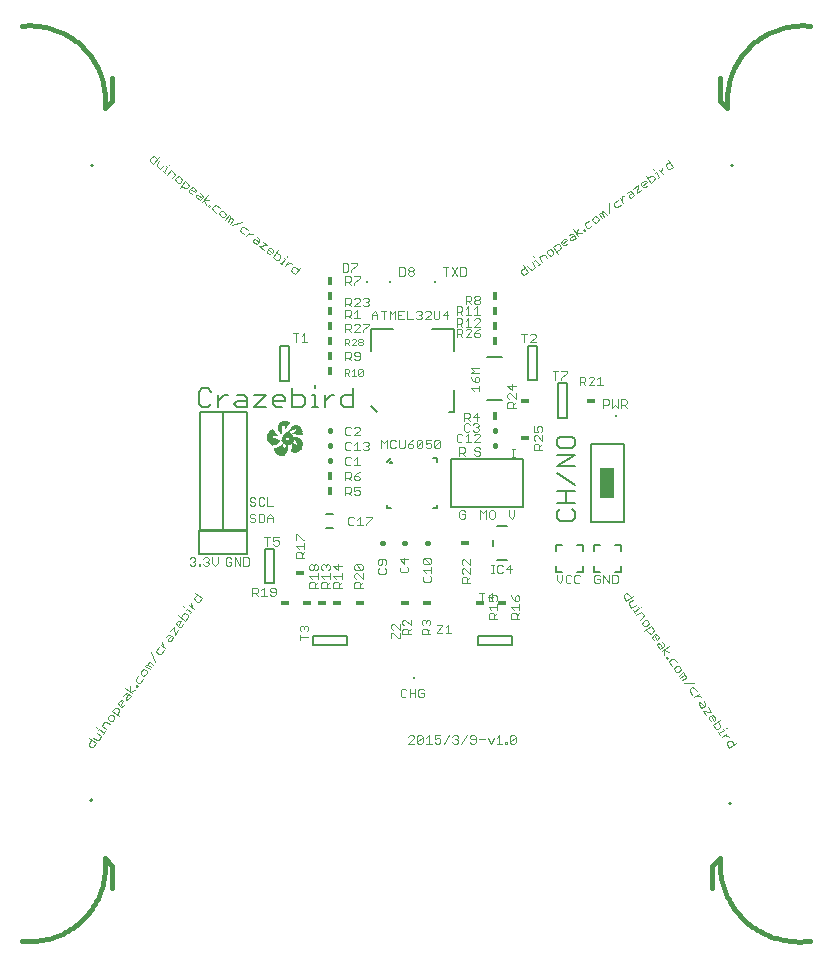
<source format=gto>
G75*
G70*
%OFA0B0*%
%FSLAX24Y24*%
%IPPOS*%
%LPD*%
%AMOC8*
5,1,8,0,0,1.08239X$1,22.5*
%
%ADD10C,0.0030*%
%ADD11C,0.0040*%
%ADD12C,0.0080*%
%ADD13C,0.0160*%
%ADD14R,0.0072X0.0004*%
%ADD15R,0.0084X0.0004*%
%ADD16R,0.0152X0.0004*%
%ADD17R,0.0168X0.0004*%
%ADD18R,0.0204X0.0004*%
%ADD19R,0.0212X0.0004*%
%ADD20R,0.0228X0.0004*%
%ADD21R,0.0236X0.0004*%
%ADD22R,0.0256X0.0004*%
%ADD23R,0.0268X0.0004*%
%ADD24R,0.0280X0.0004*%
%ADD25R,0.0288X0.0004*%
%ADD26R,0.0300X0.0004*%
%ADD27R,0.0308X0.0004*%
%ADD28R,0.0320X0.0004*%
%ADD29R,0.0324X0.0004*%
%ADD30R,0.0328X0.0004*%
%ADD31R,0.0336X0.0004*%
%ADD32R,0.0344X0.0004*%
%ADD33R,0.0356X0.0004*%
%ADD34R,0.0360X0.0004*%
%ADD35R,0.0368X0.0004*%
%ADD36R,0.0368X0.0004*%
%ADD37R,0.0376X0.0004*%
%ADD38R,0.0380X0.0004*%
%ADD39R,0.0384X0.0004*%
%ADD40R,0.0388X0.0004*%
%ADD41R,0.0004X0.0004*%
%ADD42R,0.0396X0.0004*%
%ADD43R,0.0056X0.0004*%
%ADD44R,0.0400X0.0004*%
%ADD45R,0.0128X0.0004*%
%ADD46R,0.0408X0.0004*%
%ADD47R,0.0008X0.0004*%
%ADD48R,0.0164X0.0004*%
%ADD49R,0.0200X0.0004*%
%ADD50R,0.0412X0.0004*%
%ADD51R,0.0216X0.0004*%
%ADD52R,0.0416X0.0004*%
%ADD53R,0.0220X0.0004*%
%ADD54R,0.0420X0.0004*%
%ADD55R,0.0232X0.0004*%
%ADD56R,0.0240X0.0004*%
%ADD57R,0.0428X0.0004*%
%ADD58R,0.0252X0.0004*%
%ADD59R,0.0432X0.0004*%
%ADD60R,0.0264X0.0004*%
%ADD61R,0.0432X0.0004*%
%ADD62R,0.0264X0.0004*%
%ADD63R,0.0440X0.0004*%
%ADD64R,0.0272X0.0004*%
%ADD65R,0.0444X0.0004*%
%ADD66R,0.0276X0.0004*%
%ADD67R,0.0448X0.0004*%
%ADD68R,0.0448X0.0004*%
%ADD69R,0.0280X0.0004*%
%ADD70R,0.0452X0.0004*%
%ADD71R,0.0284X0.0004*%
%ADD72R,0.0456X0.0004*%
%ADD73R,0.0288X0.0004*%
%ADD74R,0.0292X0.0004*%
%ADD75R,0.0464X0.0004*%
%ADD76R,0.0296X0.0004*%
%ADD77R,0.0464X0.0004*%
%ADD78R,0.0300X0.0004*%
%ADD79R,0.0468X0.0004*%
%ADD80R,0.0472X0.0004*%
%ADD81R,0.0304X0.0004*%
%ADD82R,0.0472X0.0004*%
%ADD83R,0.0304X0.0004*%
%ADD84R,0.0312X0.0004*%
%ADD85R,0.0112X0.0004*%
%ADD86R,0.0304X0.0004*%
%ADD87R,0.0108X0.0004*%
%ADD88R,0.0296X0.0004*%
%ADD89R,0.0100X0.0004*%
%ADD90R,0.0316X0.0004*%
%ADD91R,0.0096X0.0004*%
%ADD92R,0.0224X0.0004*%
%ADD93R,0.0092X0.0004*%
%ADD94R,0.0220X0.0004*%
%ADD95R,0.0088X0.0004*%
%ADD96R,0.0192X0.0004*%
%ADD97R,0.0084X0.0004*%
%ADD98R,0.0324X0.0004*%
%ADD99R,0.0168X0.0004*%
%ADD100R,0.0080X0.0004*%
%ADD101R,0.0328X0.0004*%
%ADD102R,0.0160X0.0004*%
%ADD103R,0.0076X0.0004*%
%ADD104R,0.0152X0.0004*%
%ADD105R,0.0072X0.0004*%
%ADD106R,0.0136X0.0004*%
%ADD107R,0.0132X0.0004*%
%ADD108R,0.0068X0.0004*%
%ADD109R,0.0328X0.0004*%
%ADD110R,0.0128X0.0004*%
%ADD111R,0.0064X0.0004*%
%ADD112R,0.0112X0.0004*%
%ADD113R,0.0104X0.0004*%
%ADD114R,0.0060X0.0004*%
%ADD115R,0.0332X0.0004*%
%ADD116R,0.0100X0.0004*%
%ADD117R,0.0092X0.0004*%
%ADD118R,0.0056X0.0004*%
%ADD119R,0.0332X0.0004*%
%ADD120R,0.0088X0.0004*%
%ADD121R,0.0056X0.0004*%
%ADD122R,0.0052X0.0004*%
%ADD123R,0.0068X0.0004*%
%ADD124R,0.0064X0.0004*%
%ADD125R,0.0048X0.0004*%
%ADD126R,0.0336X0.0004*%
%ADD127R,0.0060X0.0004*%
%ADD128R,0.0044X0.0004*%
%ADD129R,0.0056X0.0004*%
%ADD130R,0.0040X0.0004*%
%ADD131R,0.0340X0.0004*%
%ADD132R,0.0052X0.0004*%
%ADD133R,0.0048X0.0004*%
%ADD134R,0.0044X0.0004*%
%ADD135R,0.0036X0.0004*%
%ADD136R,0.0032X0.0004*%
%ADD137R,0.0036X0.0004*%
%ADD138R,0.0340X0.0004*%
%ADD139R,0.0032X0.0004*%
%ADD140R,0.0032X0.0004*%
%ADD141R,0.0028X0.0004*%
%ADD142R,0.0024X0.0004*%
%ADD143R,0.0132X0.0004*%
%ADD144R,0.0192X0.0004*%
%ADD145R,0.0024X0.0004*%
%ADD146R,0.0020X0.0004*%
%ADD147R,0.0040X0.0004*%
%ADD148R,0.0120X0.0004*%
%ADD149R,0.0180X0.0004*%
%ADD150R,0.0076X0.0004*%
%ADD151R,0.0016X0.0004*%
%ADD152R,0.0116X0.0004*%
%ADD153R,0.0176X0.0004*%
%ADD154R,0.0092X0.0004*%
%ADD155R,0.0012X0.0004*%
%ADD156R,0.0116X0.0004*%
%ADD157R,0.0140X0.0004*%
%ADD158R,0.0172X0.0004*%
%ADD159R,0.0156X0.0004*%
%ADD160R,0.0168X0.0004*%
%ADD161R,0.0008X0.0004*%
%ADD162R,0.0176X0.0004*%
%ADD163R,0.0080X0.0004*%
%ADD164R,0.0172X0.0004*%
%ADD165R,0.0180X0.0004*%
%ADD166R,0.0008X0.0004*%
%ADD167R,0.0188X0.0004*%
%ADD168R,0.0208X0.0004*%
%ADD169R,0.0068X0.0004*%
%ADD170R,0.0232X0.0004*%
%ADD171R,0.0236X0.0004*%
%ADD172R,0.0240X0.0004*%
%ADD173R,0.0244X0.0004*%
%ADD174R,0.0052X0.0004*%
%ADD175R,0.0260X0.0004*%
%ADD176R,0.0184X0.0004*%
%ADD177R,0.0288X0.0004*%
%ADD178R,0.0312X0.0004*%
%ADD179R,0.0188X0.0004*%
%ADD180R,0.0296X0.0004*%
%ADD181R,0.0312X0.0004*%
%ADD182R,0.0316X0.0004*%
%ADD183R,0.0316X0.0004*%
%ADD184R,0.0196X0.0004*%
%ADD185R,0.0320X0.0004*%
%ADD186R,0.0324X0.0004*%
%ADD187R,0.0352X0.0004*%
%ADD188R,0.0356X0.0004*%
%ADD189R,0.0344X0.0004*%
%ADD190R,0.0204X0.0004*%
%ADD191R,0.0364X0.0004*%
%ADD192R,0.0348X0.0004*%
%ADD193R,0.0204X0.0004*%
%ADD194R,0.0356X0.0004*%
%ADD195R,0.0372X0.0004*%
%ADD196R,0.0380X0.0004*%
%ADD197R,0.0360X0.0004*%
%ADD198R,0.0212X0.0004*%
%ADD199R,0.0364X0.0004*%
%ADD200R,0.0216X0.0004*%
%ADD201R,0.0392X0.0004*%
%ADD202R,0.0400X0.0004*%
%ADD203R,0.0372X0.0004*%
%ADD204R,0.0216X0.0004*%
%ADD205R,0.0408X0.0004*%
%ADD206R,0.0392X0.0004*%
%ADD207R,0.0384X0.0004*%
%ADD208R,0.0164X0.0004*%
%ADD209R,0.0156X0.0004*%
%ADD210R,0.0368X0.0004*%
%ADD211R,0.0148X0.0004*%
%ADD212R,0.0156X0.0004*%
%ADD213R,0.0144X0.0004*%
%ADD214R,0.0224X0.0004*%
%ADD215R,0.0336X0.0004*%
%ADD216R,0.0152X0.0004*%
%ADD217R,0.0144X0.0004*%
%ADD218R,0.0224X0.0004*%
%ADD219R,0.0332X0.0004*%
%ADD220R,0.0152X0.0004*%
%ADD221R,0.0148X0.0004*%
%ADD222R,0.0148X0.0004*%
%ADD223R,0.0264X0.0004*%
%ADD224R,0.0256X0.0004*%
%ADD225R,0.0332X0.0004*%
%ADD226R,0.0248X0.0004*%
%ADD227R,0.0268X0.0004*%
%ADD228R,0.0212X0.0004*%
%ADD229R,0.0204X0.0004*%
%ADD230R,0.0356X0.0004*%
%ADD231R,0.0352X0.0004*%
%ADD232R,0.0348X0.0004*%
%ADD233R,0.0188X0.0004*%
%ADD234R,0.0200X0.0004*%
%ADD235R,0.0016X0.0004*%
%ADD236R,0.0308X0.0004*%
%ADD237R,0.0292X0.0004*%
%ADD238R,0.0020X0.0004*%
%ADD239R,0.0272X0.0004*%
%ADD240R,0.0084X0.0004*%
%ADD241R,0.0252X0.0004*%
%ADD242R,0.0124X0.0004*%
%ADD243R,0.0244X0.0004*%
%ADD244R,0.0144X0.0004*%
%ADD245R,0.0276X0.0004*%
%ADD246R,0.0008X0.0004*%
%ADD247R,0.0160X0.0004*%
%ADD248R,0.0272X0.0004*%
%ADD249R,0.0184X0.0004*%
%ADD250R,0.0252X0.0004*%
%ADD251R,0.0016X0.0004*%
%ADD252R,0.0248X0.0004*%
%ADD253R,0.0228X0.0004*%
%ADD254R,0.0012X0.0004*%
%ADD255R,0.0228X0.0004*%
%ADD256R,0.0108X0.0004*%
%ADD257R,0.0292X0.0004*%
%ADD258R,0.0024X0.0004*%
%ADD259R,0.0028X0.0004*%
%ADD260R,0.0284X0.0004*%
%ADD261R,0.0268X0.0004*%
%ADD262R,0.0244X0.0004*%
%ADD263R,0.0244X0.0004*%
%ADD264R,0.0116X0.0004*%
%ADD265R,0.0216X0.0004*%
%ADD266R,0.0076X0.0004*%
%ADD267R,0.0104X0.0004*%
%ADD268R,0.0196X0.0004*%
%ADD269R,0.0108X0.0004*%
%ADD270R,0.0192X0.0004*%
%ADD271R,0.0028X0.0004*%
%ADD272R,0.0084X0.0004*%
%ADD273R,0.0120X0.0004*%
%ADD274R,0.0124X0.0004*%
%ADD275R,0.0124X0.0004*%
%ADD276R,0.0172X0.0004*%
%ADD277R,0.0124X0.0004*%
%ADD278R,0.0176X0.0004*%
%ADD279R,0.0348X0.0004*%
%ADD280R,0.0136X0.0004*%
%ADD281R,0.0324X0.0004*%
%ADD282R,0.0288X0.0004*%
%ADD283R,0.0144X0.0004*%
%ADD284R,0.0148X0.0004*%
%ADD285R,0.0104X0.0004*%
%ADD286R,0.0112X0.0004*%
%ADD287R,0.0132X0.0004*%
%ADD288R,0.0312X0.0004*%
%ADD289R,0.0172X0.0004*%
%ADD290R,0.0128X0.0004*%
%ADD291R,0.0280X0.0160*%
%ADD292R,0.0160X0.0280*%
%ADD293C,0.0050*%
%ADD294R,0.0098X0.0098*%
%ADD295C,0.0060*%
%ADD296R,0.0098X0.0098*%
%ADD297R,0.0500X0.1000*%
D10*
X012961Y014988D02*
X012950Y015056D01*
X013036Y015173D01*
X012957Y015230D02*
X013192Y015059D01*
X013107Y014942D01*
X013039Y014931D01*
X012961Y014988D01*
X013095Y015255D02*
X013213Y015170D01*
X013280Y015180D01*
X013365Y015298D01*
X013209Y015411D01*
X013268Y015493D02*
X013297Y015532D01*
X013453Y015419D01*
X013425Y015380D02*
X013482Y015458D01*
X013540Y015539D02*
X013384Y015652D01*
X013469Y015770D01*
X013537Y015780D01*
X013654Y015695D01*
X013674Y015805D02*
X013742Y015816D01*
X013799Y015894D01*
X013788Y015962D01*
X013710Y016019D01*
X013642Y016008D01*
X013585Y015930D01*
X013596Y015862D01*
X013674Y015805D01*
X013887Y016015D02*
X013972Y016133D01*
X013961Y016200D01*
X013883Y016257D01*
X013816Y016246D01*
X013730Y016129D01*
X013965Y015958D01*
X014021Y016282D02*
X013943Y016339D01*
X013932Y016407D01*
X013989Y016485D01*
X014056Y016495D01*
X014095Y016467D01*
X013982Y016311D01*
X014021Y016282D02*
X014088Y016293D01*
X014145Y016371D01*
X014194Y016520D02*
X014183Y016588D01*
X014269Y016705D01*
X014230Y016734D02*
X014347Y016649D01*
X014262Y016531D01*
X014194Y016520D01*
X014105Y016645D02*
X014162Y016723D01*
X014230Y016734D01*
X014328Y016787D02*
X014335Y016962D01*
X014172Y016901D02*
X014406Y016730D01*
X014328Y016787D02*
X014492Y016848D01*
X014551Y016929D02*
X014579Y016968D01*
X014540Y016997D01*
X014512Y016957D01*
X014551Y016929D01*
X014598Y017077D02*
X014666Y017087D01*
X014751Y017205D01*
X014771Y017315D02*
X014839Y017326D01*
X014896Y017404D01*
X014885Y017472D01*
X014807Y017528D01*
X014739Y017518D01*
X014682Y017439D01*
X014693Y017372D01*
X014771Y017315D01*
X014594Y017319D02*
X014509Y017201D01*
X014520Y017134D01*
X014598Y017077D01*
X014984Y017525D02*
X014827Y017639D01*
X014856Y017678D01*
X014923Y017689D01*
X014912Y017756D01*
X014980Y017767D01*
X015097Y017682D01*
X015041Y017603D02*
X014923Y017689D01*
X015157Y017763D02*
X015036Y018091D01*
X015213Y018087D02*
X015291Y018030D01*
X015358Y018041D01*
X015444Y018158D01*
X015503Y018240D02*
X015347Y018354D01*
X015404Y018432D02*
X015432Y018471D01*
X015404Y018432D02*
X015425Y018297D01*
X015287Y018272D02*
X015202Y018155D01*
X015213Y018087D01*
X015608Y018467D02*
X015598Y018535D01*
X015683Y018652D01*
X015644Y018681D02*
X015761Y018595D01*
X015676Y018478D01*
X015608Y018467D01*
X015519Y018592D02*
X015576Y018670D01*
X015644Y018681D01*
X015664Y018791D02*
X015778Y018947D01*
X015821Y018677D01*
X015934Y018834D01*
X015955Y018944D02*
X015877Y019001D01*
X015866Y019068D01*
X015923Y019147D01*
X015990Y019157D01*
X016029Y019129D01*
X015916Y018972D01*
X015955Y018944D02*
X016022Y018955D01*
X016079Y019033D01*
X016167Y019154D02*
X015932Y019325D01*
X016011Y019268D02*
X016096Y019385D01*
X016163Y019396D01*
X016242Y019339D01*
X016252Y019271D01*
X016167Y019154D01*
X016340Y019392D02*
X016397Y019471D01*
X016369Y019431D02*
X016212Y019545D01*
X016184Y019506D01*
X016134Y019602D02*
X016095Y019630D01*
X016299Y019665D02*
X016456Y019551D01*
X016378Y019608D02*
X016356Y019743D01*
X016385Y019782D01*
X016483Y019835D02*
X016472Y019903D01*
X016557Y020020D01*
X016479Y020077D02*
X016714Y019906D01*
X016629Y019789D01*
X016561Y019778D01*
X016483Y019835D01*
X013219Y015589D02*
X013179Y015618D01*
X023597Y015289D02*
X023645Y015337D01*
X023742Y015337D01*
X023790Y015289D01*
X023790Y015240D01*
X023597Y015047D01*
X023790Y015047D01*
X023892Y015095D02*
X024085Y015289D01*
X024085Y015095D01*
X024037Y015047D01*
X023940Y015047D01*
X023892Y015095D01*
X023892Y015289D01*
X023940Y015337D01*
X024037Y015337D01*
X024085Y015289D01*
X024186Y015240D02*
X024283Y015337D01*
X024283Y015047D01*
X024186Y015047D02*
X024380Y015047D01*
X024481Y015095D02*
X024529Y015047D01*
X024626Y015047D01*
X024674Y015095D01*
X024674Y015192D01*
X024626Y015240D01*
X024578Y015240D01*
X024481Y015192D01*
X024481Y015337D01*
X024674Y015337D01*
X024969Y015337D02*
X024775Y015047D01*
X025070Y015095D02*
X025119Y015047D01*
X025215Y015047D01*
X025264Y015095D01*
X025264Y015144D01*
X025215Y015192D01*
X025167Y015192D01*
X025215Y015192D02*
X025264Y015240D01*
X025264Y015289D01*
X025215Y015337D01*
X025119Y015337D01*
X025070Y015289D01*
X025365Y015047D02*
X025558Y015337D01*
X025659Y015289D02*
X025659Y015240D01*
X025708Y015192D01*
X025853Y015192D01*
X025853Y015095D02*
X025853Y015289D01*
X025805Y015337D01*
X025708Y015337D01*
X025659Y015289D01*
X025659Y015095D02*
X025708Y015047D01*
X025805Y015047D01*
X025853Y015095D01*
X025954Y015192D02*
X026148Y015192D01*
X026249Y015240D02*
X026346Y015047D01*
X026442Y015240D01*
X026543Y015240D02*
X026640Y015337D01*
X026640Y015047D01*
X026543Y015047D02*
X026737Y015047D01*
X026838Y015047D02*
X026886Y015047D01*
X026886Y015095D01*
X026838Y015095D01*
X026838Y015047D01*
X026985Y015095D02*
X027179Y015289D01*
X027179Y015095D01*
X027131Y015047D01*
X027034Y015047D01*
X026985Y015095D01*
X026985Y015289D01*
X027034Y015337D01*
X027131Y015337D01*
X027179Y015289D01*
X031314Y019176D02*
X031433Y019259D01*
X031445Y019327D01*
X031362Y019446D01*
X031203Y019335D01*
X031146Y019416D02*
X031091Y019495D01*
X031119Y019456D02*
X031277Y019567D01*
X031249Y019606D01*
X031191Y019689D02*
X031033Y019578D01*
X030950Y019697D01*
X030961Y019765D01*
X031080Y019848D01*
X031022Y019931D02*
X030939Y020050D01*
X030872Y020061D01*
X030792Y020006D01*
X030781Y019939D01*
X030864Y019820D01*
X031102Y019986D01*
X031356Y019622D02*
X031396Y019650D01*
X031491Y019176D02*
X031412Y019121D01*
X031400Y019054D01*
X031456Y018974D01*
X031523Y018962D01*
X031602Y019018D01*
X031614Y019085D01*
X031559Y019165D01*
X031491Y019176D01*
X031700Y018963D02*
X031783Y018844D01*
X031771Y018777D01*
X031692Y018721D01*
X031625Y018733D01*
X031541Y018852D01*
X031462Y018796D02*
X031700Y018963D01*
X031829Y018694D02*
X031750Y018638D01*
X031738Y018571D01*
X031794Y018492D01*
X031901Y018507D02*
X031790Y018666D01*
X031829Y018694D02*
X031897Y018682D01*
X031952Y018603D01*
X031940Y018535D01*
X031901Y018507D01*
X031919Y018397D02*
X031986Y018385D01*
X032070Y018266D01*
X032109Y018294D02*
X031990Y018211D01*
X031907Y018329D01*
X031919Y018397D01*
X032066Y018440D02*
X032121Y018361D01*
X032109Y018294D01*
X032128Y018183D02*
X032290Y018120D01*
X032128Y018183D02*
X032132Y018009D01*
X032189Y017927D02*
X032217Y017887D01*
X032257Y017915D01*
X032229Y017954D01*
X032189Y017927D01*
X032313Y017834D02*
X032302Y017766D01*
X032385Y017647D01*
X032482Y017592D02*
X032471Y017525D01*
X032526Y017446D01*
X032593Y017434D01*
X032673Y017489D01*
X032685Y017557D01*
X032629Y017636D01*
X032562Y017648D01*
X032482Y017592D01*
X032543Y017758D02*
X032460Y017877D01*
X032393Y017889D01*
X032313Y017834D01*
X032048Y018128D02*
X032286Y018294D01*
X032770Y017434D02*
X032612Y017323D01*
X032667Y017244D02*
X032786Y017327D01*
X032854Y017315D01*
X032842Y017248D01*
X032723Y017165D01*
X032781Y017082D02*
X033130Y017090D01*
X033069Y016924D02*
X032989Y016868D01*
X032978Y016801D01*
X033061Y016682D01*
X033119Y016599D02*
X033277Y016710D01*
X033198Y016655D02*
X033333Y016631D01*
X033361Y016591D01*
X033446Y016469D02*
X033501Y016390D01*
X033490Y016323D01*
X033371Y016239D01*
X033287Y016358D01*
X033299Y016426D01*
X033367Y016414D01*
X033450Y016295D01*
X033587Y016268D02*
X033698Y016109D01*
X033429Y016157D01*
X033540Y015998D01*
X033637Y015943D02*
X033717Y015998D01*
X033784Y015987D01*
X033839Y015907D01*
X033828Y015840D01*
X033788Y015812D01*
X033677Y015971D01*
X033637Y015943D02*
X033625Y015876D01*
X033681Y015796D01*
X033767Y015674D02*
X033850Y015555D01*
X033917Y015543D01*
X033997Y015599D01*
X034008Y015666D01*
X033925Y015785D01*
X034004Y015840D02*
X033767Y015674D01*
X033936Y015432D02*
X033991Y015353D01*
X033963Y015393D02*
X034122Y015504D01*
X034094Y015543D01*
X034201Y015559D02*
X034241Y015587D01*
X034207Y015383D02*
X034048Y015272D01*
X034128Y015327D02*
X034262Y015303D01*
X034290Y015264D01*
X034308Y015154D02*
X034375Y015142D01*
X034459Y015023D01*
X034538Y015078D02*
X034300Y014912D01*
X034217Y015031D01*
X034229Y015098D01*
X034308Y015154D01*
X033219Y016793D02*
X033136Y016912D01*
X033069Y016924D01*
X032786Y017327D02*
X032798Y017395D01*
X032770Y017434D01*
X022079Y027357D02*
X022044Y027322D01*
X021974Y027322D01*
X021939Y027357D01*
X022079Y027497D01*
X022079Y027357D01*
X022079Y027497D02*
X022044Y027532D01*
X021974Y027532D01*
X021939Y027497D01*
X021939Y027357D01*
X021858Y027322D02*
X021718Y027322D01*
X021788Y027322D02*
X021788Y027532D01*
X021718Y027462D01*
X021637Y027427D02*
X021602Y027392D01*
X021497Y027392D01*
X021567Y027392D02*
X021637Y027322D01*
X021637Y027427D02*
X021637Y027497D01*
X021602Y027532D01*
X021497Y027532D01*
X021497Y027322D01*
X021497Y028347D02*
X021497Y028557D01*
X021602Y028557D01*
X021637Y028522D01*
X021637Y028452D01*
X021602Y028417D01*
X021497Y028417D01*
X021567Y028417D02*
X021637Y028347D01*
X021718Y028347D02*
X021858Y028487D01*
X021858Y028522D01*
X021823Y028557D01*
X021753Y028557D01*
X021718Y028522D01*
X021718Y028347D02*
X021858Y028347D01*
X021939Y028382D02*
X021939Y028417D01*
X021974Y028452D01*
X022044Y028452D01*
X022079Y028417D01*
X022079Y028382D01*
X022044Y028347D01*
X021974Y028347D01*
X021939Y028382D01*
X021974Y028452D02*
X021939Y028487D01*
X021939Y028522D01*
X021974Y028557D01*
X022044Y028557D01*
X022079Y028522D01*
X022079Y028487D01*
X022044Y028452D01*
X019826Y030695D02*
X019712Y030784D01*
X019704Y030852D01*
X019763Y030928D01*
X019831Y030936D01*
X019945Y030847D01*
X020005Y030923D02*
X019826Y030695D01*
X019714Y031028D02*
X019676Y031058D01*
X019540Y031041D01*
X019480Y030965D02*
X019599Y031117D01*
X019483Y031209D02*
X019364Y031056D01*
X019402Y031026D02*
X019325Y031086D01*
X019276Y031186D02*
X019335Y031262D01*
X019327Y031330D01*
X019212Y031420D01*
X019272Y031496D02*
X019093Y031267D01*
X019208Y031178D01*
X019276Y031186D01*
X019445Y031238D02*
X019483Y031209D01*
X019542Y031285D02*
X019572Y031323D01*
X019103Y031444D02*
X019073Y031406D01*
X018921Y031525D01*
X018950Y031563D02*
X019018Y031571D01*
X019095Y031512D01*
X019103Y031444D01*
X018975Y031359D02*
X018899Y031419D01*
X018891Y031487D01*
X018950Y031563D01*
X018900Y031663D02*
X018629Y031630D01*
X018781Y031511D01*
X018900Y031663D02*
X018748Y031783D01*
X018639Y031807D02*
X018549Y031692D01*
X018435Y031782D01*
X018426Y031850D01*
X018494Y031858D01*
X018609Y031769D01*
X018639Y031807D02*
X018630Y031875D01*
X018554Y031934D01*
X018437Y032026D02*
X018399Y032056D01*
X018263Y032039D01*
X018203Y031963D02*
X018322Y032115D01*
X018243Y032177D02*
X018128Y032267D01*
X018060Y032258D01*
X018001Y032182D01*
X018009Y032114D01*
X018123Y032025D01*
X018070Y032435D02*
X017739Y032325D01*
X017659Y032388D02*
X017748Y032502D01*
X017740Y032570D01*
X017672Y032562D01*
X017583Y032447D01*
X017507Y032507D02*
X017626Y032659D01*
X017664Y032630D01*
X017672Y032562D01*
X017516Y032683D02*
X017508Y032751D01*
X017432Y032811D01*
X017364Y032803D01*
X017304Y032726D01*
X017313Y032658D01*
X017389Y032599D01*
X017457Y032607D01*
X017516Y032683D01*
X017314Y032903D02*
X017200Y032992D01*
X017132Y032984D01*
X017072Y032908D01*
X017080Y032840D01*
X017195Y032751D01*
X016964Y032931D02*
X016926Y032960D01*
X016956Y032998D01*
X016994Y032969D01*
X016964Y032931D01*
X016847Y033022D02*
X016792Y033188D01*
X016966Y033175D01*
X016911Y033340D02*
X016733Y033112D01*
X016653Y033174D02*
X016539Y033263D01*
X016530Y033331D01*
X016598Y033339D01*
X016713Y033250D01*
X016742Y033288D02*
X016653Y033174D01*
X016742Y033288D02*
X016734Y033356D01*
X016658Y033416D01*
X016510Y033470D02*
X016480Y033431D01*
X016328Y033551D01*
X016358Y033589D02*
X016426Y033597D01*
X016502Y033537D01*
X016510Y033470D01*
X016383Y033385D02*
X016306Y033445D01*
X016298Y033512D01*
X016358Y033589D01*
X016278Y033651D02*
X016218Y033575D01*
X016150Y033566D01*
X016036Y033656D01*
X015977Y033579D02*
X016155Y033808D01*
X016270Y033719D01*
X016278Y033651D01*
X016046Y033832D02*
X016037Y033900D01*
X015961Y033960D01*
X015893Y033952D01*
X015834Y033875D01*
X015842Y033807D01*
X015918Y033748D01*
X015986Y033756D01*
X016046Y033832D01*
X015814Y034014D02*
X015724Y033899D01*
X015814Y034014D02*
X015805Y034082D01*
X015691Y034171D01*
X015572Y034019D01*
X015493Y034080D02*
X015417Y034139D01*
X015455Y034110D02*
X015574Y034262D01*
X015536Y034292D01*
X015456Y034354D02*
X015337Y034202D01*
X015223Y034291D01*
X015215Y034359D01*
X015304Y034473D01*
X015224Y034536D02*
X015110Y034625D01*
X015042Y034617D01*
X014982Y034540D01*
X014991Y034473D01*
X015105Y034383D01*
X015284Y034612D01*
X015634Y034338D02*
X015664Y034377D01*
X027361Y030838D02*
X027478Y030923D01*
X027421Y031001D02*
X027592Y030767D01*
X027474Y030681D01*
X027407Y030692D01*
X027350Y030770D01*
X027361Y030838D01*
X027560Y030983D02*
X027645Y030865D01*
X027713Y030854D01*
X027830Y030940D01*
X027716Y031096D01*
X027798Y031156D02*
X027837Y031184D01*
X027951Y031028D01*
X027912Y030999D02*
X027990Y031056D01*
X028071Y031115D02*
X027957Y031271D01*
X028075Y031357D01*
X028142Y031346D01*
X028227Y031228D01*
X028281Y031327D02*
X028348Y031316D01*
X028427Y031373D01*
X028437Y031441D01*
X028380Y031519D01*
X028313Y031530D01*
X028235Y031473D01*
X028224Y031405D01*
X028281Y031327D01*
X028548Y031461D02*
X028665Y031546D01*
X028676Y031614D01*
X028619Y031692D01*
X028551Y031703D01*
X028434Y031618D01*
X028605Y031383D01*
X028758Y031673D02*
X028701Y031752D01*
X028711Y031819D01*
X028790Y031876D01*
X028857Y031865D01*
X028886Y031826D01*
X028729Y031713D01*
X028758Y031673D02*
X028825Y031663D01*
X028903Y031720D01*
X028996Y031847D02*
X029007Y031914D01*
X029124Y031999D01*
X029096Y032039D02*
X029181Y031921D01*
X029064Y031836D01*
X028996Y031847D01*
X028950Y031992D02*
X029028Y032049D01*
X029096Y032039D01*
X029206Y032059D02*
X029266Y032222D01*
X029206Y032059D02*
X029380Y032066D01*
X029461Y032125D02*
X029501Y032153D01*
X029472Y032193D01*
X029433Y032164D01*
X029461Y032125D01*
X029552Y032251D02*
X029620Y032240D01*
X029737Y032325D01*
X029791Y032424D02*
X029858Y032413D01*
X029936Y032470D01*
X029947Y032538D01*
X029890Y032616D01*
X029823Y032627D01*
X029744Y032570D01*
X029734Y032502D01*
X029791Y032424D01*
X029623Y032482D02*
X029506Y032397D01*
X029495Y032329D01*
X029552Y032251D01*
X029263Y031981D02*
X029092Y032215D01*
X029944Y032714D02*
X029983Y032743D01*
X030050Y032732D01*
X030061Y032800D01*
X030129Y032789D01*
X030214Y032672D01*
X030136Y032615D02*
X030050Y032732D01*
X029944Y032714D02*
X030057Y032558D01*
X030296Y032731D02*
X030282Y033080D01*
X030449Y033022D02*
X030506Y032943D01*
X030573Y032933D01*
X030691Y033018D01*
X030772Y033078D02*
X030659Y033234D01*
X030716Y033156D02*
X030737Y033291D01*
X030776Y033319D01*
X030897Y033407D02*
X030975Y033464D01*
X031042Y033453D01*
X031128Y033336D01*
X031010Y033250D01*
X030943Y033261D01*
X030953Y033329D01*
X031071Y033414D01*
X031096Y033552D02*
X031252Y033665D01*
X031210Y033395D01*
X031366Y033509D01*
X031419Y033607D02*
X031363Y033686D01*
X031373Y033753D01*
X031452Y033810D01*
X031519Y033799D01*
X031548Y033760D01*
X031391Y033646D01*
X031419Y033607D02*
X031487Y033597D01*
X031565Y033654D01*
X031686Y033741D02*
X031804Y033827D01*
X031814Y033894D01*
X031758Y033973D01*
X031690Y033983D01*
X031573Y033898D01*
X031516Y033976D02*
X031686Y033741D01*
X031925Y033915D02*
X032003Y033971D01*
X031964Y033943D02*
X031850Y034100D01*
X031811Y034071D01*
X031793Y034178D02*
X031765Y034217D01*
X031970Y034187D02*
X032084Y034030D01*
X032027Y034108D02*
X032048Y034243D01*
X032087Y034272D01*
X032197Y034292D02*
X032208Y034359D01*
X032325Y034445D01*
X032268Y034523D02*
X032439Y034288D01*
X032321Y034203D01*
X032254Y034214D01*
X032197Y034292D01*
X030577Y033175D02*
X030460Y033089D01*
X030449Y033022D01*
X027780Y031262D02*
X027752Y031302D01*
D11*
X025994Y029940D02*
X025994Y029894D01*
X025947Y029847D01*
X025854Y029847D01*
X025807Y029894D01*
X025807Y029940D01*
X025854Y029987D01*
X025947Y029987D01*
X025994Y029940D01*
X025947Y029847D02*
X025994Y029800D01*
X025994Y029754D01*
X025947Y029707D01*
X025854Y029707D01*
X025807Y029754D01*
X025807Y029800D01*
X025854Y029847D01*
X025699Y029847D02*
X025653Y029800D01*
X025513Y029800D01*
X025606Y029800D02*
X025699Y029707D01*
X025606Y029637D02*
X025606Y029357D01*
X025513Y029357D02*
X025699Y029357D01*
X025807Y029357D02*
X025994Y029357D01*
X025901Y029357D02*
X025901Y029637D01*
X025807Y029544D01*
X025606Y029637D02*
X025513Y029544D01*
X025405Y029590D02*
X025405Y029497D01*
X025358Y029450D01*
X025218Y029450D01*
X025218Y029357D02*
X025218Y029637D01*
X025358Y029637D01*
X025405Y029590D01*
X025513Y029707D02*
X025513Y029987D01*
X025653Y029987D01*
X025699Y029940D01*
X025699Y029847D01*
X025311Y029450D02*
X025405Y029357D01*
X025358Y029237D02*
X025405Y029190D01*
X025405Y029097D01*
X025358Y029050D01*
X025218Y029050D01*
X025218Y028957D02*
X025218Y029237D01*
X025358Y029237D01*
X025513Y029144D02*
X025606Y029237D01*
X025606Y028957D01*
X025653Y028887D02*
X025559Y028887D01*
X025513Y028840D01*
X025405Y028840D02*
X025405Y028747D01*
X025358Y028700D01*
X025218Y028700D01*
X025218Y028607D02*
X025218Y028887D01*
X025358Y028887D01*
X025405Y028840D01*
X025405Y028957D02*
X025311Y029050D01*
X025513Y028957D02*
X025699Y028957D01*
X025653Y028887D02*
X025699Y028840D01*
X025699Y028794D01*
X025513Y028607D01*
X025699Y028607D01*
X025807Y028654D02*
X025854Y028607D01*
X025947Y028607D01*
X025994Y028654D01*
X025994Y028700D01*
X025947Y028747D01*
X025807Y028747D01*
X025807Y028654D01*
X025807Y028747D02*
X025901Y028840D01*
X025994Y028887D01*
X025994Y028957D02*
X025807Y028957D01*
X025994Y029144D01*
X025994Y029190D01*
X025947Y029237D01*
X025854Y029237D01*
X025807Y029190D01*
X025311Y028700D02*
X025405Y028607D01*
X024885Y029192D02*
X024885Y029472D01*
X024745Y029332D01*
X024931Y029332D01*
X024637Y029238D02*
X024637Y029472D01*
X024450Y029472D02*
X024450Y029238D01*
X024497Y029192D01*
X024590Y029192D01*
X024637Y029238D01*
X024342Y029192D02*
X024155Y029192D01*
X024342Y029378D01*
X024342Y029425D01*
X024295Y029472D01*
X024202Y029472D01*
X024155Y029425D01*
X024047Y029425D02*
X024047Y029378D01*
X024001Y029332D01*
X024047Y029285D01*
X024047Y029238D01*
X024001Y029192D01*
X023907Y029192D01*
X023861Y029238D01*
X023753Y029192D02*
X023566Y029192D01*
X023566Y029472D01*
X023458Y029472D02*
X023271Y029472D01*
X023271Y029192D01*
X023458Y029192D01*
X023365Y029332D02*
X023271Y029332D01*
X023163Y029472D02*
X023163Y029192D01*
X022977Y029192D02*
X022977Y029472D01*
X023070Y029378D01*
X023163Y029472D01*
X022869Y029472D02*
X022682Y029472D01*
X022775Y029472D02*
X022775Y029192D01*
X022574Y029192D02*
X022574Y029378D01*
X022481Y029472D01*
X022387Y029378D01*
X022387Y029192D01*
X022387Y029332D02*
X022574Y029332D01*
X022278Y029057D02*
X022278Y029010D01*
X022091Y028824D01*
X022091Y028777D01*
X021983Y028777D02*
X021797Y028777D01*
X021983Y028964D01*
X021983Y029010D01*
X021937Y029057D01*
X021843Y029057D01*
X021797Y029010D01*
X021689Y029010D02*
X021689Y028917D01*
X021642Y028870D01*
X021502Y028870D01*
X021502Y028777D02*
X021502Y029057D01*
X021642Y029057D01*
X021689Y029010D01*
X021595Y028870D02*
X021689Y028777D01*
X021689Y029227D02*
X021595Y029320D01*
X021642Y029320D02*
X021502Y029320D01*
X021502Y029227D02*
X021502Y029507D01*
X021642Y029507D01*
X021689Y029460D01*
X021689Y029367D01*
X021642Y029320D01*
X021797Y029227D02*
X021983Y029227D01*
X021890Y029227D02*
X021890Y029507D01*
X021797Y029414D01*
X021797Y029627D02*
X021983Y029814D01*
X021983Y029860D01*
X021937Y029907D01*
X021843Y029907D01*
X021797Y029860D01*
X021689Y029860D02*
X021689Y029767D01*
X021642Y029720D01*
X021502Y029720D01*
X021502Y029627D02*
X021502Y029907D01*
X021642Y029907D01*
X021689Y029860D01*
X021595Y029720D02*
X021689Y029627D01*
X021797Y029627D02*
X021983Y029627D01*
X022091Y029674D02*
X022138Y029627D01*
X022231Y029627D01*
X022278Y029674D01*
X022278Y029720D01*
X022231Y029767D01*
X022185Y029767D01*
X022231Y029767D02*
X022278Y029814D01*
X022278Y029860D01*
X022231Y029907D01*
X022138Y029907D01*
X022091Y029860D01*
X021797Y030352D02*
X021797Y030399D01*
X021983Y030585D01*
X021983Y030632D01*
X021797Y030632D01*
X021689Y030585D02*
X021689Y030492D01*
X021642Y030445D01*
X021502Y030445D01*
X021502Y030352D02*
X021502Y030632D01*
X021642Y030632D01*
X021689Y030585D01*
X021595Y030445D02*
X021689Y030352D01*
X021707Y030782D02*
X021707Y030829D01*
X021894Y031015D01*
X021894Y031062D01*
X021707Y031062D01*
X021599Y031015D02*
X021553Y031062D01*
X021413Y031062D01*
X021413Y030782D01*
X021553Y030782D01*
X021599Y030829D01*
X021599Y031015D01*
X023302Y030932D02*
X023302Y030652D01*
X023442Y030652D01*
X023489Y030699D01*
X023489Y030885D01*
X023442Y030932D01*
X023302Y030932D01*
X023597Y030885D02*
X023597Y030839D01*
X023643Y030792D01*
X023737Y030792D01*
X023783Y030745D01*
X023783Y030699D01*
X023737Y030652D01*
X023643Y030652D01*
X023597Y030699D01*
X023597Y030745D01*
X023643Y030792D01*
X023737Y030792D02*
X023783Y030839D01*
X023783Y030885D01*
X023737Y030932D01*
X023643Y030932D01*
X023597Y030885D01*
X024752Y030932D02*
X024939Y030932D01*
X024845Y030932D02*
X024845Y030652D01*
X025047Y030652D02*
X025233Y030932D01*
X025341Y030932D02*
X025481Y030932D01*
X025528Y030885D01*
X025528Y030699D01*
X025481Y030652D01*
X025341Y030652D01*
X025341Y030932D01*
X025047Y030932D02*
X025233Y030652D01*
X024001Y029472D02*
X024047Y029425D01*
X024001Y029472D02*
X023907Y029472D01*
X023861Y029425D01*
X023954Y029332D02*
X024001Y029332D01*
X022278Y029057D02*
X022091Y029057D01*
X021937Y028107D02*
X021843Y028107D01*
X021797Y028060D01*
X021797Y028014D01*
X021843Y027967D01*
X021983Y027967D01*
X021983Y027874D02*
X021983Y028060D01*
X021937Y028107D01*
X021983Y027874D02*
X021937Y027827D01*
X021843Y027827D01*
X021797Y027874D01*
X021689Y027827D02*
X021595Y027920D01*
X021642Y027920D02*
X021502Y027920D01*
X021502Y027827D02*
X021502Y028107D01*
X021642Y028107D01*
X021689Y028060D01*
X021689Y027967D01*
X021642Y027920D01*
X020233Y028452D02*
X020047Y028452D01*
X020140Y028452D02*
X020140Y028732D01*
X020047Y028639D01*
X019939Y028732D02*
X019752Y028732D01*
X019845Y028732D02*
X019845Y028452D01*
X021549Y025607D02*
X021502Y025560D01*
X021502Y025374D01*
X021549Y025327D01*
X021642Y025327D01*
X021689Y025374D01*
X021797Y025327D02*
X021983Y025514D01*
X021983Y025560D01*
X021937Y025607D01*
X021843Y025607D01*
X021797Y025560D01*
X021689Y025560D02*
X021642Y025607D01*
X021549Y025607D01*
X021797Y025327D02*
X021983Y025327D01*
X021890Y025107D02*
X021797Y025014D01*
X021689Y025060D02*
X021642Y025107D01*
X021549Y025107D01*
X021502Y025060D01*
X021502Y024874D01*
X021549Y024827D01*
X021642Y024827D01*
X021689Y024874D01*
X021797Y024827D02*
X021983Y024827D01*
X021890Y024827D02*
X021890Y025107D01*
X022091Y025060D02*
X022138Y025107D01*
X022231Y025107D01*
X022278Y025060D01*
X022278Y025014D01*
X022231Y024967D01*
X022278Y024920D01*
X022278Y024874D01*
X022231Y024827D01*
X022138Y024827D01*
X022091Y024874D01*
X022185Y024967D02*
X022231Y024967D01*
X022702Y024902D02*
X022702Y025182D01*
X022795Y025089D01*
X022889Y025182D01*
X022889Y024902D01*
X022997Y024949D02*
X023043Y024902D01*
X023137Y024902D01*
X023183Y024949D01*
X023291Y024949D02*
X023291Y025182D01*
X023183Y025135D02*
X023137Y025182D01*
X023043Y025182D01*
X022997Y025135D01*
X022997Y024949D01*
X023291Y024949D02*
X023338Y024902D01*
X023431Y024902D01*
X023478Y024949D01*
X023478Y025182D01*
X023586Y025042D02*
X023726Y025042D01*
X023773Y024995D01*
X023773Y024949D01*
X023726Y024902D01*
X023633Y024902D01*
X023586Y024949D01*
X023586Y025042D01*
X023679Y025135D01*
X023773Y025182D01*
X023880Y025135D02*
X023927Y025182D01*
X024021Y025182D01*
X024067Y025135D01*
X023880Y024949D01*
X023927Y024902D01*
X024021Y024902D01*
X024067Y024949D01*
X024067Y025135D01*
X024175Y025182D02*
X024175Y025042D01*
X024269Y025089D01*
X024315Y025089D01*
X024362Y025042D01*
X024362Y024949D01*
X024315Y024902D01*
X024222Y024902D01*
X024175Y024949D01*
X024175Y025182D02*
X024362Y025182D01*
X024470Y025135D02*
X024517Y025182D01*
X024610Y025182D01*
X024657Y025135D01*
X024470Y024949D01*
X024517Y024902D01*
X024610Y024902D01*
X024657Y024949D01*
X024657Y025135D01*
X024470Y025135D02*
X024470Y024949D01*
X023880Y024949D02*
X023880Y025135D01*
X025218Y025154D02*
X025265Y025107D01*
X025358Y025107D01*
X025405Y025154D01*
X025513Y025107D02*
X025699Y025107D01*
X025606Y025107D02*
X025606Y025387D01*
X025513Y025294D01*
X025405Y025340D02*
X025358Y025387D01*
X025265Y025387D01*
X025218Y025340D01*
X025218Y025154D01*
X025302Y024932D02*
X025442Y024932D01*
X025489Y024885D01*
X025489Y024792D01*
X025442Y024745D01*
X025302Y024745D01*
X025302Y024652D02*
X025302Y024932D01*
X025395Y024745D02*
X025489Y024652D01*
X025802Y024699D02*
X025849Y024652D01*
X025942Y024652D01*
X025989Y024699D01*
X025989Y024745D01*
X025942Y024792D01*
X025849Y024792D01*
X025802Y024839D01*
X025802Y024885D01*
X025849Y024932D01*
X025942Y024932D01*
X025989Y024885D01*
X025994Y025107D02*
X025807Y025107D01*
X025994Y025294D01*
X025994Y025340D01*
X025947Y025387D01*
X025854Y025387D01*
X025807Y025340D01*
X025804Y025457D02*
X025757Y025504D01*
X025804Y025457D02*
X025897Y025457D01*
X025944Y025504D01*
X025944Y025550D01*
X025897Y025597D01*
X025851Y025597D01*
X025897Y025597D02*
X025944Y025644D01*
X025944Y025690D01*
X025897Y025737D01*
X025804Y025737D01*
X025757Y025690D01*
X025649Y025690D02*
X025603Y025737D01*
X025509Y025737D01*
X025463Y025690D01*
X025463Y025504D01*
X025509Y025457D01*
X025603Y025457D01*
X025649Y025504D01*
X025649Y025807D02*
X025556Y025900D01*
X025603Y025900D02*
X025463Y025900D01*
X025463Y025807D02*
X025463Y026087D01*
X025603Y026087D01*
X025649Y026040D01*
X025649Y025947D01*
X025603Y025900D01*
X025757Y025947D02*
X025944Y025947D01*
X025897Y025807D02*
X025897Y026087D01*
X025757Y025947D01*
X025775Y026802D02*
X025682Y026895D01*
X025962Y026895D01*
X025962Y026802D02*
X025962Y026989D01*
X025915Y027097D02*
X025962Y027143D01*
X025962Y027237D01*
X025915Y027283D01*
X025868Y027283D01*
X025822Y027237D01*
X025822Y027097D01*
X025915Y027097D01*
X025822Y027097D02*
X025728Y027190D01*
X025682Y027283D01*
X025682Y027391D02*
X025775Y027485D01*
X025682Y027578D01*
X025962Y027578D01*
X025962Y027391D02*
X025682Y027391D01*
X026907Y026981D02*
X027047Y026841D01*
X027047Y027028D01*
X027187Y026981D02*
X026907Y026981D01*
X026953Y026733D02*
X026907Y026687D01*
X026907Y026593D01*
X026953Y026547D01*
X026953Y026439D02*
X027047Y026439D01*
X027093Y026392D01*
X027093Y026252D01*
X027093Y026345D02*
X027187Y026439D01*
X027187Y026547D02*
X027000Y026733D01*
X026953Y026733D01*
X027187Y026733D02*
X027187Y026547D01*
X026953Y026439D02*
X026907Y026392D01*
X026907Y026252D01*
X027187Y026252D01*
X027782Y025628D02*
X027782Y025441D01*
X027922Y025441D01*
X027875Y025535D01*
X027875Y025581D01*
X027922Y025628D01*
X028015Y025628D01*
X028062Y025581D01*
X028062Y025488D01*
X028015Y025441D01*
X028062Y025333D02*
X028062Y025147D01*
X027875Y025333D01*
X027828Y025333D01*
X027782Y025287D01*
X027782Y025193D01*
X027828Y025147D01*
X027828Y025039D02*
X027922Y025039D01*
X027968Y024992D01*
X027968Y024852D01*
X027968Y024945D02*
X028062Y025039D01*
X028062Y024852D02*
X027782Y024852D01*
X027782Y024992D01*
X027828Y025039D01*
X027145Y024882D02*
X027052Y024882D01*
X027099Y024882D02*
X027099Y024602D01*
X027145Y024602D02*
X027052Y024602D01*
X027139Y022832D02*
X027139Y022645D01*
X027045Y022552D01*
X026952Y022645D01*
X026952Y022832D01*
X026483Y022785D02*
X026483Y022599D01*
X026437Y022552D01*
X026343Y022552D01*
X026297Y022599D01*
X026297Y022785D01*
X026343Y022832D01*
X026437Y022832D01*
X026483Y022785D01*
X026189Y022832D02*
X026189Y022552D01*
X026002Y022552D02*
X026002Y022832D01*
X026095Y022739D01*
X026189Y022832D01*
X025489Y022785D02*
X025442Y022832D01*
X025349Y022832D01*
X025302Y022785D01*
X025302Y022599D01*
X025349Y022552D01*
X025442Y022552D01*
X025489Y022599D01*
X025489Y022692D01*
X025395Y022692D01*
X025423Y021194D02*
X025377Y021147D01*
X025377Y021054D01*
X025423Y021007D01*
X025423Y020899D02*
X025377Y020853D01*
X025377Y020759D01*
X025423Y020713D01*
X025423Y020605D02*
X025517Y020605D01*
X025563Y020558D01*
X025563Y020418D01*
X025563Y020511D02*
X025657Y020605D01*
X025657Y020713D02*
X025470Y020899D01*
X025423Y020899D01*
X025657Y020899D02*
X025657Y020713D01*
X025423Y020605D02*
X025377Y020558D01*
X025377Y020418D01*
X025657Y020418D01*
X025952Y020082D02*
X026139Y020082D01*
X026045Y020082D02*
X026045Y019802D01*
X026277Y019807D02*
X026277Y019994D01*
X026247Y019942D02*
X026433Y019942D01*
X026417Y019994D02*
X026510Y019994D01*
X026557Y019947D01*
X026557Y019854D01*
X026510Y019807D01*
X026417Y019807D02*
X026370Y019901D01*
X026370Y019947D01*
X026417Y019994D01*
X026387Y020082D02*
X026247Y019942D01*
X026277Y019807D02*
X026417Y019807D01*
X026387Y019802D02*
X026387Y020082D01*
X026557Y019699D02*
X026557Y019513D01*
X026557Y019606D02*
X026277Y019606D01*
X026370Y019513D01*
X026323Y019405D02*
X026417Y019405D01*
X026463Y019358D01*
X026463Y019218D01*
X026463Y019311D02*
X026557Y019405D01*
X026557Y019218D02*
X026277Y019218D01*
X026277Y019358D01*
X026323Y019405D01*
X027027Y019358D02*
X027073Y019405D01*
X027167Y019405D01*
X027213Y019358D01*
X027213Y019218D01*
X027213Y019311D02*
X027307Y019405D01*
X027307Y019513D02*
X027307Y019699D01*
X027307Y019606D02*
X027027Y019606D01*
X027120Y019513D01*
X027027Y019358D02*
X027027Y019218D01*
X027307Y019218D01*
X027260Y019807D02*
X027307Y019854D01*
X027307Y019947D01*
X027260Y019994D01*
X027213Y019994D01*
X027167Y019947D01*
X027167Y019807D01*
X027260Y019807D01*
X027167Y019807D02*
X027073Y019901D01*
X027027Y019994D01*
X026997Y020732D02*
X026997Y021012D01*
X026857Y020872D01*
X027044Y020872D01*
X026749Y020779D02*
X026703Y020732D01*
X026609Y020732D01*
X026563Y020779D01*
X026563Y020965D01*
X026609Y021012D01*
X026703Y021012D01*
X026749Y020965D01*
X026460Y021012D02*
X026366Y021012D01*
X026413Y021012D02*
X026413Y020732D01*
X026366Y020732D02*
X026460Y020732D01*
X025657Y021007D02*
X025470Y021194D01*
X025423Y021194D01*
X025657Y021194D02*
X025657Y021007D01*
X024362Y020933D02*
X024362Y020747D01*
X024362Y020840D02*
X024082Y020840D01*
X024175Y020747D01*
X024128Y020639D02*
X024082Y020592D01*
X024082Y020499D01*
X024128Y020452D01*
X024315Y020452D01*
X024362Y020499D01*
X024362Y020592D01*
X024315Y020639D01*
X024315Y021041D02*
X024128Y021228D01*
X024315Y021228D01*
X024362Y021181D01*
X024362Y021088D01*
X024315Y021041D01*
X024128Y021041D01*
X024082Y021088D01*
X024082Y021181D01*
X024128Y021228D01*
X023607Y021197D02*
X023327Y021197D01*
X023467Y021057D01*
X023467Y021244D01*
X023560Y020949D02*
X023607Y020903D01*
X023607Y020809D01*
X023560Y020763D01*
X023373Y020763D01*
X023327Y020809D01*
X023327Y020903D01*
X023373Y020949D01*
X022857Y020853D02*
X022810Y020899D01*
X022857Y020853D02*
X022857Y020759D01*
X022810Y020713D01*
X022623Y020713D01*
X022577Y020759D01*
X022577Y020853D01*
X022623Y020899D01*
X022623Y021007D02*
X022670Y021007D01*
X022717Y021054D01*
X022717Y021194D01*
X022810Y021194D02*
X022623Y021194D01*
X022577Y021147D01*
X022577Y021054D01*
X022623Y021007D01*
X022810Y021007D02*
X022857Y021054D01*
X022857Y021147D01*
X022810Y021194D01*
X022087Y020981D02*
X022087Y020888D01*
X022040Y020841D01*
X021853Y021028D01*
X022040Y021028D01*
X022087Y020981D01*
X022040Y020841D02*
X021853Y020841D01*
X021807Y020888D01*
X021807Y020981D01*
X021853Y021028D01*
X021853Y020733D02*
X021807Y020687D01*
X021807Y020593D01*
X021853Y020547D01*
X021853Y020439D02*
X021947Y020439D01*
X021993Y020392D01*
X021993Y020252D01*
X021993Y020345D02*
X022087Y020439D01*
X022087Y020547D02*
X021900Y020733D01*
X021853Y020733D01*
X022087Y020733D02*
X022087Y020547D01*
X021853Y020439D02*
X021807Y020392D01*
X021807Y020252D01*
X022087Y020252D01*
X021387Y020252D02*
X021107Y020252D01*
X021107Y020392D01*
X021153Y020439D01*
X021247Y020439D01*
X021293Y020392D01*
X021293Y020252D01*
X021293Y020345D02*
X021387Y020439D01*
X021387Y020547D02*
X021387Y020733D01*
X021387Y020640D02*
X021107Y020640D01*
X021200Y020547D01*
X020987Y020547D02*
X020987Y020733D01*
X020987Y020640D02*
X020707Y020640D01*
X020800Y020547D01*
X020753Y020439D02*
X020847Y020439D01*
X020893Y020392D01*
X020893Y020252D01*
X020893Y020345D02*
X020987Y020439D01*
X020987Y020252D02*
X020707Y020252D01*
X020707Y020392D01*
X020753Y020439D01*
X020587Y020439D02*
X020493Y020345D01*
X020493Y020392D02*
X020493Y020252D01*
X020587Y020252D02*
X020307Y020252D01*
X020307Y020392D01*
X020353Y020439D01*
X020447Y020439D01*
X020493Y020392D01*
X020400Y020547D02*
X020307Y020640D01*
X020587Y020640D01*
X020587Y020547D02*
X020587Y020733D01*
X020540Y020841D02*
X020493Y020841D01*
X020447Y020888D01*
X020447Y020981D01*
X020493Y021028D01*
X020540Y021028D01*
X020587Y020981D01*
X020587Y020888D01*
X020540Y020841D01*
X020447Y020888D02*
X020400Y020841D01*
X020353Y020841D01*
X020307Y020888D01*
X020307Y020981D01*
X020353Y021028D01*
X020400Y021028D01*
X020447Y020981D01*
X020707Y020981D02*
X020753Y021028D01*
X020800Y021028D01*
X020847Y020981D01*
X020893Y021028D01*
X020940Y021028D01*
X020987Y020981D01*
X020987Y020888D01*
X020940Y020841D01*
X020847Y020935D02*
X020847Y020981D01*
X020707Y020981D02*
X020707Y020888D01*
X020753Y020841D01*
X021107Y020981D02*
X021247Y020841D01*
X021247Y021028D01*
X021387Y020981D02*
X021107Y020981D01*
X020137Y021252D02*
X019857Y021252D01*
X019857Y021392D01*
X019903Y021439D01*
X019997Y021439D01*
X020043Y021392D01*
X020043Y021252D01*
X020043Y021345D02*
X020137Y021439D01*
X020137Y021547D02*
X020137Y021733D01*
X020137Y021640D02*
X019857Y021640D01*
X019950Y021547D01*
X019857Y021841D02*
X019857Y022028D01*
X019903Y022028D01*
X020090Y021841D01*
X020137Y021841D01*
X019283Y021792D02*
X019283Y021699D01*
X019237Y021652D01*
X019143Y021652D01*
X019097Y021699D01*
X019097Y021792D02*
X019190Y021839D01*
X019237Y021839D01*
X019283Y021792D01*
X019283Y021932D02*
X019097Y021932D01*
X019097Y021792D01*
X018989Y021932D02*
X018802Y021932D01*
X018895Y021932D02*
X018895Y021652D01*
X018294Y021215D02*
X018247Y021262D01*
X018107Y021262D01*
X018107Y020982D01*
X018247Y020982D01*
X018294Y021029D01*
X018294Y021215D01*
X017999Y021262D02*
X017999Y020982D01*
X017813Y021262D01*
X017813Y020982D01*
X017705Y021029D02*
X017705Y021122D01*
X017611Y021122D01*
X017518Y021029D02*
X017565Y020982D01*
X017658Y020982D01*
X017705Y021029D01*
X017705Y021215D02*
X017658Y021262D01*
X017565Y021262D01*
X017518Y021215D01*
X017518Y021029D01*
X017244Y021075D02*
X017244Y021262D01*
X017244Y021075D02*
X017151Y020982D01*
X017057Y021075D01*
X017057Y021262D01*
X016949Y021215D02*
X016949Y021169D01*
X016903Y021122D01*
X016949Y021075D01*
X016949Y021029D01*
X016903Y020982D01*
X016809Y020982D01*
X016763Y021029D01*
X016662Y021029D02*
X016662Y020982D01*
X016615Y020982D01*
X016615Y021029D01*
X016662Y021029D01*
X016507Y021029D02*
X016461Y020982D01*
X016367Y020982D01*
X016321Y021029D01*
X016414Y021122D02*
X016461Y021122D01*
X016507Y021075D01*
X016507Y021029D01*
X016461Y021122D02*
X016507Y021169D01*
X016507Y021215D01*
X016461Y021262D01*
X016367Y021262D01*
X016321Y021215D01*
X016763Y021215D02*
X016809Y021262D01*
X016903Y021262D01*
X016949Y021215D01*
X016903Y021122D02*
X016856Y021122D01*
X018402Y020257D02*
X018542Y020257D01*
X018589Y020210D01*
X018589Y020117D01*
X018542Y020070D01*
X018402Y020070D01*
X018402Y019977D02*
X018402Y020257D01*
X018495Y020070D02*
X018589Y019977D01*
X018697Y019977D02*
X018883Y019977D01*
X018790Y019977D02*
X018790Y020257D01*
X018697Y020164D01*
X018991Y020164D02*
X019038Y020117D01*
X019178Y020117D01*
X019178Y020024D02*
X019178Y020210D01*
X019131Y020257D01*
X019038Y020257D01*
X018991Y020210D01*
X018991Y020164D01*
X018991Y020024D02*
X019038Y019977D01*
X019131Y019977D01*
X019178Y020024D01*
X020028Y018983D02*
X020075Y018983D01*
X020122Y018937D01*
X020168Y018983D01*
X020215Y018983D01*
X020262Y018937D01*
X020262Y018843D01*
X020215Y018797D01*
X020122Y018890D02*
X020122Y018937D01*
X020028Y018983D02*
X019982Y018937D01*
X019982Y018843D01*
X020028Y018797D01*
X019982Y018689D02*
X019982Y018502D01*
X019982Y018595D02*
X020262Y018595D01*
X023038Y018561D02*
X023038Y018748D01*
X023085Y018748D01*
X023271Y018561D01*
X023318Y018561D01*
X023318Y018748D01*
X023407Y018702D02*
X023407Y018842D01*
X023453Y018889D01*
X023547Y018889D01*
X023593Y018842D01*
X023593Y018702D01*
X023593Y018795D02*
X023687Y018889D01*
X023687Y018997D02*
X023500Y019183D01*
X023453Y019183D01*
X023407Y019137D01*
X023407Y019043D01*
X023453Y018997D01*
X023318Y019043D02*
X023318Y018856D01*
X023131Y019043D01*
X023085Y019043D01*
X023038Y018996D01*
X023038Y018903D01*
X023085Y018856D01*
X023407Y018702D02*
X023687Y018702D01*
X023687Y018997D02*
X023687Y019183D01*
X024057Y019137D02*
X024103Y019183D01*
X024150Y019183D01*
X024197Y019137D01*
X024243Y019183D01*
X024290Y019183D01*
X024337Y019137D01*
X024337Y019043D01*
X024290Y018997D01*
X024337Y018889D02*
X024243Y018795D01*
X024243Y018842D02*
X024243Y018702D01*
X024337Y018702D02*
X024057Y018702D01*
X024057Y018842D01*
X024103Y018889D01*
X024197Y018889D01*
X024243Y018842D01*
X024103Y018997D02*
X024057Y019043D01*
X024057Y019137D01*
X024197Y019137D02*
X024197Y019090D01*
X024553Y019018D02*
X024740Y019018D01*
X024740Y018972D01*
X024553Y018785D01*
X024553Y018738D01*
X024740Y018738D01*
X024848Y018738D02*
X025035Y018738D01*
X024941Y018738D02*
X024941Y019018D01*
X024848Y018925D01*
X024081Y016882D02*
X023988Y016882D01*
X023941Y016835D01*
X023941Y016649D01*
X023988Y016602D01*
X024081Y016602D01*
X024128Y016649D01*
X024128Y016742D01*
X024035Y016742D01*
X024128Y016835D02*
X024081Y016882D01*
X023833Y016882D02*
X023833Y016602D01*
X023833Y016742D02*
X023647Y016742D01*
X023647Y016602D02*
X023647Y016882D01*
X023539Y016835D02*
X023492Y016882D01*
X023399Y016882D01*
X023352Y016835D01*
X023352Y016649D01*
X023399Y016602D01*
X023492Y016602D01*
X023539Y016649D01*
X028552Y020495D02*
X028645Y020402D01*
X028739Y020495D01*
X028739Y020682D01*
X028847Y020635D02*
X028847Y020449D01*
X028893Y020402D01*
X028987Y020402D01*
X029033Y020449D01*
X029141Y020449D02*
X029188Y020402D01*
X029281Y020402D01*
X029328Y020449D01*
X029328Y020635D02*
X029281Y020682D01*
X029188Y020682D01*
X029141Y020635D01*
X029141Y020449D01*
X029033Y020635D02*
X028987Y020682D01*
X028893Y020682D01*
X028847Y020635D01*
X028552Y020682D02*
X028552Y020495D01*
X029802Y020449D02*
X029849Y020402D01*
X029942Y020402D01*
X029989Y020449D01*
X029989Y020542D01*
X029895Y020542D01*
X029802Y020635D02*
X029802Y020449D01*
X029802Y020635D02*
X029849Y020682D01*
X029942Y020682D01*
X029989Y020635D01*
X030097Y020682D02*
X030283Y020402D01*
X030283Y020682D01*
X030391Y020682D02*
X030391Y020402D01*
X030531Y020402D01*
X030578Y020449D01*
X030578Y020635D01*
X030531Y020682D01*
X030391Y020682D01*
X030097Y020682D02*
X030097Y020402D01*
X030102Y026252D02*
X030102Y026532D01*
X030242Y026532D01*
X030289Y026485D01*
X030289Y026392D01*
X030242Y026345D01*
X030102Y026345D01*
X030397Y026252D02*
X030490Y026345D01*
X030583Y026252D01*
X030583Y026532D01*
X030691Y026532D02*
X030831Y026532D01*
X030878Y026485D01*
X030878Y026392D01*
X030831Y026345D01*
X030691Y026345D01*
X030691Y026252D02*
X030691Y026532D01*
X030785Y026345D02*
X030878Y026252D01*
X030397Y026252D02*
X030397Y026532D01*
X030094Y027007D02*
X029907Y027007D01*
X030001Y027007D02*
X030001Y027287D01*
X029907Y027194D01*
X029799Y027194D02*
X029613Y027007D01*
X029799Y027007D01*
X029799Y027194D02*
X029799Y027240D01*
X029753Y027287D01*
X029659Y027287D01*
X029613Y027240D01*
X029505Y027240D02*
X029505Y027147D01*
X029458Y027100D01*
X029318Y027100D01*
X029318Y027007D02*
X029318Y027287D01*
X029458Y027287D01*
X029505Y027240D01*
X029411Y027100D02*
X029505Y027007D01*
X028894Y027415D02*
X028707Y027229D01*
X028707Y027182D01*
X028506Y027182D02*
X028506Y027462D01*
X028413Y027462D02*
X028599Y027462D01*
X028707Y027462D02*
X028894Y027462D01*
X028894Y027415D01*
X027844Y028432D02*
X027657Y028432D01*
X027844Y028619D01*
X027844Y028665D01*
X027797Y028712D01*
X027704Y028712D01*
X027657Y028665D01*
X027549Y028712D02*
X027363Y028712D01*
X027456Y028712D02*
X027456Y028432D01*
X021890Y024607D02*
X021890Y024327D01*
X021797Y024327D02*
X021983Y024327D01*
X021983Y024107D02*
X021890Y024060D01*
X021797Y023967D01*
X021937Y023967D01*
X021983Y023920D01*
X021983Y023874D01*
X021937Y023827D01*
X021843Y023827D01*
X021797Y023874D01*
X021797Y023967D01*
X021689Y023967D02*
X021642Y023920D01*
X021502Y023920D01*
X021502Y023827D02*
X021502Y024107D01*
X021642Y024107D01*
X021689Y024060D01*
X021689Y023967D01*
X021595Y023920D02*
X021689Y023827D01*
X021642Y023607D02*
X021689Y023560D01*
X021689Y023467D01*
X021642Y023420D01*
X021502Y023420D01*
X021502Y023327D02*
X021502Y023607D01*
X021642Y023607D01*
X021797Y023607D02*
X021797Y023467D01*
X021890Y023514D01*
X021937Y023514D01*
X021983Y023467D01*
X021983Y023374D01*
X021937Y023327D01*
X021843Y023327D01*
X021797Y023374D01*
X021689Y023327D02*
X021595Y023420D01*
X021797Y023607D02*
X021983Y023607D01*
X021642Y024327D02*
X021689Y024374D01*
X021642Y024327D02*
X021549Y024327D01*
X021502Y024374D01*
X021502Y024560D01*
X021549Y024607D01*
X021642Y024607D01*
X021689Y024560D01*
X021797Y024514D02*
X021890Y024607D01*
X021990Y022607D02*
X021990Y022327D01*
X021897Y022327D02*
X022083Y022327D01*
X022191Y022327D02*
X022191Y022374D01*
X022378Y022560D01*
X022378Y022607D01*
X022191Y022607D01*
X021990Y022607D02*
X021897Y022514D01*
X021789Y022560D02*
X021742Y022607D01*
X021649Y022607D01*
X021602Y022560D01*
X021602Y022374D01*
X021649Y022327D01*
X021742Y022327D01*
X021789Y022374D01*
X019094Y022432D02*
X019094Y022619D01*
X019001Y022712D01*
X018907Y022619D01*
X018907Y022432D01*
X018799Y022479D02*
X018799Y022665D01*
X018753Y022712D01*
X018613Y022712D01*
X018613Y022432D01*
X018753Y022432D01*
X018799Y022479D01*
X018907Y022572D02*
X019094Y022572D01*
X019094Y022982D02*
X018907Y022982D01*
X018907Y023262D01*
X018799Y023215D02*
X018753Y023262D01*
X018659Y023262D01*
X018613Y023215D01*
X018613Y023029D01*
X018659Y022982D01*
X018753Y022982D01*
X018799Y023029D01*
X018505Y023029D02*
X018458Y022982D01*
X018365Y022982D01*
X018318Y023029D01*
X018365Y023122D02*
X018458Y023122D01*
X018505Y023075D01*
X018505Y023029D01*
X018365Y023122D02*
X018318Y023169D01*
X018318Y023215D01*
X018365Y023262D01*
X018458Y023262D01*
X018505Y023215D01*
X018458Y022712D02*
X018365Y022712D01*
X018318Y022665D01*
X018318Y022619D01*
X018365Y022572D01*
X018458Y022572D01*
X018505Y022525D01*
X018505Y022479D01*
X018458Y022432D01*
X018365Y022432D01*
X018318Y022479D01*
X018505Y022665D02*
X018458Y022712D01*
D12*
X018448Y026272D02*
X018862Y026272D01*
X019093Y026375D02*
X019093Y026582D01*
X019196Y026686D01*
X019403Y026686D01*
X019506Y026582D01*
X019506Y026479D01*
X019093Y026479D01*
X019093Y026375D02*
X019196Y026272D01*
X019403Y026272D01*
X019737Y026272D02*
X019737Y026892D01*
X019737Y026686D02*
X020047Y026686D01*
X020151Y026582D01*
X020151Y026375D01*
X020047Y026272D01*
X019737Y026272D01*
X020382Y026272D02*
X020589Y026272D01*
X020485Y026272D02*
X020485Y026686D01*
X020382Y026686D01*
X020485Y026892D02*
X020485Y026996D01*
X020811Y026686D02*
X020811Y026272D01*
X020811Y026479D02*
X021018Y026686D01*
X021122Y026686D01*
X021349Y026582D02*
X021452Y026686D01*
X021762Y026686D01*
X021762Y026892D02*
X021762Y026272D01*
X021452Y026272D01*
X021349Y026375D01*
X021349Y026582D01*
X022354Y026301D02*
X022551Y026104D01*
X022354Y028131D02*
X022354Y028860D01*
X023082Y028860D01*
X024381Y028860D02*
X025110Y028860D01*
X025110Y028131D01*
X026226Y027941D02*
X026738Y027941D01*
X026738Y026523D02*
X026226Y026523D01*
X025110Y026832D02*
X025110Y026104D01*
X024952Y026104D01*
X028561Y025193D02*
X028561Y025000D01*
X028658Y024903D01*
X029045Y024903D01*
X029142Y025000D01*
X029142Y025193D01*
X029045Y025290D01*
X028658Y025290D01*
X028561Y025193D01*
X028561Y024682D02*
X029142Y024682D01*
X028561Y024295D01*
X029142Y024295D01*
X029142Y023687D02*
X028561Y024074D01*
X028561Y023467D02*
X029142Y023467D01*
X028852Y023467D02*
X028852Y023080D01*
X029142Y023080D02*
X028561Y023080D01*
X028658Y022859D02*
X028561Y022762D01*
X028561Y022569D01*
X028658Y022472D01*
X029045Y022472D01*
X029142Y022569D01*
X029142Y022762D01*
X029045Y022859D01*
X026901Y022292D02*
X026563Y022292D01*
X026413Y021838D02*
X026413Y021626D01*
X026563Y021172D02*
X026901Y021172D01*
X018862Y026686D02*
X018448Y026272D01*
X018217Y026272D02*
X017907Y026272D01*
X017804Y026375D01*
X017907Y026479D01*
X018217Y026479D01*
X018217Y026582D02*
X018217Y026272D01*
X018217Y026582D02*
X018114Y026686D01*
X017907Y026686D01*
X017577Y026686D02*
X017473Y026686D01*
X017266Y026479D01*
X017266Y026272D02*
X017266Y026686D01*
X017036Y026789D02*
X016932Y026892D01*
X016725Y026892D01*
X016622Y026789D01*
X016622Y026375D01*
X016725Y026272D01*
X016932Y026272D01*
X017036Y026375D01*
X018448Y026686D02*
X018862Y026686D01*
D13*
X013482Y011232D02*
X013489Y011133D01*
X013493Y011035D01*
X013494Y010936D01*
X013490Y010837D01*
X013482Y010739D01*
X013471Y010641D01*
X013455Y010543D01*
X013436Y010446D01*
X013413Y010350D01*
X013386Y010255D01*
X013356Y010161D01*
X013322Y010068D01*
X013284Y009977D01*
X013243Y009887D01*
X013198Y009799D01*
X013150Y009713D01*
X013098Y009628D01*
X013043Y009546D01*
X012985Y009466D01*
X012924Y009389D01*
X012860Y009314D01*
X012793Y009241D01*
X012723Y009171D01*
X012650Y009104D01*
X012575Y009040D01*
X012498Y008979D01*
X012418Y008921D01*
X012336Y008866D01*
X012251Y008814D01*
X012165Y008766D01*
X012077Y008721D01*
X011987Y008680D01*
X011896Y008642D01*
X011803Y008608D01*
X011709Y008578D01*
X011614Y008551D01*
X011518Y008528D01*
X011421Y008509D01*
X011323Y008493D01*
X011225Y008482D01*
X011127Y008474D01*
X011028Y008470D01*
X010929Y008471D01*
X010831Y008475D01*
X010732Y008482D01*
X013732Y010232D02*
X013732Y010982D01*
X013482Y011232D01*
X022720Y021732D02*
X022744Y021732D01*
X023470Y021732D02*
X023494Y021732D01*
X024220Y021732D02*
X024244Y021732D01*
X026482Y024970D02*
X026482Y024994D01*
X026482Y025470D02*
X026482Y025494D01*
X020982Y025494D02*
X020982Y025470D01*
X020982Y024994D02*
X020982Y024970D01*
X020982Y024494D02*
X020982Y024470D01*
X013482Y036232D02*
X013732Y036482D01*
X013732Y037232D01*
X013482Y036232D02*
X013489Y036331D01*
X013493Y036429D01*
X013494Y036528D01*
X013490Y036627D01*
X013482Y036725D01*
X013471Y036823D01*
X013455Y036921D01*
X013436Y037018D01*
X013413Y037114D01*
X013386Y037209D01*
X013356Y037303D01*
X013322Y037396D01*
X013284Y037487D01*
X013243Y037577D01*
X013198Y037665D01*
X013150Y037751D01*
X013098Y037836D01*
X013043Y037918D01*
X012985Y037998D01*
X012924Y038075D01*
X012860Y038150D01*
X012793Y038223D01*
X012723Y038293D01*
X012650Y038360D01*
X012575Y038424D01*
X012498Y038485D01*
X012418Y038543D01*
X012336Y038598D01*
X012251Y038650D01*
X012165Y038698D01*
X012077Y038743D01*
X011987Y038784D01*
X011896Y038822D01*
X011803Y038856D01*
X011709Y038886D01*
X011614Y038913D01*
X011518Y038936D01*
X011421Y038955D01*
X011323Y038971D01*
X011225Y038982D01*
X011127Y038990D01*
X011028Y038994D01*
X010929Y038993D01*
X010831Y038989D01*
X010732Y038982D01*
X033982Y037232D02*
X033982Y036482D01*
X034232Y036232D01*
X034225Y036331D01*
X034221Y036429D01*
X034220Y036528D01*
X034224Y036627D01*
X034232Y036725D01*
X034243Y036823D01*
X034259Y036921D01*
X034278Y037018D01*
X034301Y037114D01*
X034328Y037209D01*
X034358Y037303D01*
X034392Y037396D01*
X034430Y037487D01*
X034471Y037577D01*
X034516Y037665D01*
X034564Y037751D01*
X034616Y037836D01*
X034671Y037918D01*
X034729Y037998D01*
X034790Y038075D01*
X034854Y038150D01*
X034921Y038223D01*
X034991Y038293D01*
X035064Y038360D01*
X035139Y038424D01*
X035216Y038485D01*
X035296Y038543D01*
X035378Y038598D01*
X035463Y038650D01*
X035549Y038698D01*
X035637Y038743D01*
X035727Y038784D01*
X035818Y038822D01*
X035911Y038856D01*
X036005Y038886D01*
X036100Y038913D01*
X036196Y038936D01*
X036293Y038955D01*
X036391Y038971D01*
X036489Y038982D01*
X036587Y038990D01*
X036686Y038994D01*
X036785Y038993D01*
X036883Y038989D01*
X036982Y038982D01*
X033982Y011232D02*
X033978Y011131D01*
X033979Y011029D01*
X033983Y010928D01*
X033991Y010828D01*
X034002Y010727D01*
X034018Y010627D01*
X034037Y010528D01*
X034061Y010429D01*
X034088Y010332D01*
X034119Y010236D01*
X034153Y010140D01*
X034191Y010047D01*
X034233Y009955D01*
X034278Y009864D01*
X034327Y009775D01*
X034379Y009689D01*
X034434Y009604D01*
X034493Y009521D01*
X034554Y009441D01*
X034619Y009364D01*
X034687Y009288D01*
X034757Y009216D01*
X034831Y009146D01*
X034906Y009079D01*
X034985Y009015D01*
X035066Y008954D01*
X035149Y008897D01*
X035234Y008842D01*
X035321Y008791D01*
X035410Y008743D01*
X035501Y008699D01*
X035594Y008658D01*
X035688Y008621D01*
X035783Y008587D01*
X035880Y008558D01*
X035978Y008531D01*
X036076Y008509D01*
X036176Y008491D01*
X036276Y008476D01*
X036377Y008465D01*
X036477Y008458D01*
X036579Y008455D01*
X036680Y008456D01*
X036781Y008461D01*
X036882Y008469D01*
X036982Y008482D01*
X033732Y010232D02*
X033732Y010982D01*
X033982Y011232D01*
D14*
X019376Y024644D03*
D15*
X019374Y024648D03*
X019338Y025448D03*
X019530Y025616D03*
X019706Y025496D03*
D16*
X019372Y024652D03*
D17*
X019376Y024656D03*
X019472Y025148D03*
X019956Y025508D03*
D18*
X019958Y025468D03*
X019958Y025100D03*
X019330Y024888D03*
X019374Y024660D03*
X018994Y025248D03*
X019058Y025404D03*
D19*
X019010Y025300D03*
X019894Y025184D03*
X019954Y025456D03*
X019374Y024664D03*
D20*
X019374Y024668D03*
X019950Y025444D03*
D21*
X019598Y025352D03*
X019370Y024672D03*
D22*
X019368Y024676D03*
X019308Y024876D03*
X019580Y025036D03*
X019836Y024788D03*
X019020Y025216D03*
X019504Y025748D03*
D23*
X019370Y024680D03*
D24*
X019368Y024684D03*
X019116Y025048D03*
X019040Y025196D03*
X019596Y025328D03*
X019724Y025236D03*
X019932Y025404D03*
X019864Y025576D03*
X019860Y024816D03*
X019852Y024808D03*
D25*
X019368Y024688D03*
X019596Y025324D03*
X019928Y025396D03*
D26*
X019594Y025312D03*
X019366Y024692D03*
D27*
X019366Y024696D03*
X019586Y025060D03*
X019882Y024856D03*
X019058Y025184D03*
D28*
X019064Y025180D03*
X019068Y025316D03*
X019068Y025320D03*
X019436Y025648D03*
X019440Y025656D03*
X019444Y025660D03*
X019448Y025664D03*
X019452Y025668D03*
X019456Y025680D03*
X019472Y025700D03*
X019476Y025704D03*
X019480Y025708D03*
X019592Y025300D03*
X019592Y025296D03*
X019596Y025048D03*
X019888Y024880D03*
X019888Y024876D03*
X019364Y024700D03*
D29*
X019366Y024704D03*
X019598Y025044D03*
X019606Y025040D03*
X019786Y025216D03*
X019894Y024908D03*
X019894Y024904D03*
X019894Y024900D03*
X019886Y024888D03*
X019886Y024884D03*
X019454Y025676D03*
X019458Y025684D03*
X019470Y025696D03*
D30*
X019864Y025544D03*
X019120Y025076D03*
X019364Y024708D03*
D31*
X019364Y024712D03*
X019900Y024952D03*
D32*
X019800Y025204D03*
X019276Y024864D03*
X019364Y024716D03*
X019120Y025084D03*
D33*
X019362Y024720D03*
D34*
X019360Y024724D03*
X019584Y025248D03*
D35*
X019580Y025120D03*
X019360Y024728D03*
X019120Y025100D03*
D36*
X019360Y024732D03*
D37*
X019360Y024736D03*
X019120Y025108D03*
D38*
X019122Y025116D03*
X019358Y024740D03*
D39*
X019360Y024744D03*
D40*
X019358Y024748D03*
X019122Y025120D03*
D41*
X019050Y025000D03*
X019514Y025528D03*
X019474Y025780D03*
X019838Y024748D03*
D42*
X019358Y024752D03*
D43*
X019820Y024752D03*
X019528Y025592D03*
D44*
X019124Y025128D03*
X019356Y024756D03*
D45*
X019816Y024756D03*
X019592Y025388D03*
D46*
X019356Y024764D03*
X019356Y024760D03*
D47*
X019424Y025008D03*
X019100Y024988D03*
X019724Y024760D03*
D48*
X019818Y024760D03*
X019598Y025380D03*
D49*
X019596Y025368D03*
X019964Y025088D03*
X019964Y025084D03*
X019812Y024764D03*
X019112Y025020D03*
X018992Y025256D03*
D50*
X019354Y024768D03*
D51*
X019812Y024768D03*
X019872Y025608D03*
D52*
X019356Y024772D03*
D53*
X019814Y024772D03*
X019926Y025152D03*
D54*
X019354Y024780D03*
X019354Y024776D03*
D55*
X019824Y024776D03*
D56*
X019828Y024780D03*
D57*
X019354Y024784D03*
X019354Y024788D03*
D58*
X019114Y025036D03*
X019834Y024784D03*
D59*
X019352Y024792D03*
D60*
X019840Y024792D03*
D61*
X019352Y024796D03*
D62*
X019844Y024796D03*
X019596Y025336D03*
X019940Y025420D03*
X019060Y025360D03*
D63*
X019352Y024800D03*
D64*
X019116Y025044D03*
X019036Y025200D03*
X019848Y024800D03*
D65*
X019350Y024804D03*
D66*
X019850Y024804D03*
X019946Y025368D03*
X019934Y025408D03*
D67*
X019348Y024808D03*
D68*
X019348Y024812D03*
D69*
X019856Y024812D03*
X019936Y025372D03*
D70*
X019346Y024820D03*
X019346Y024816D03*
D71*
X019862Y024820D03*
X019062Y025344D03*
X019062Y025348D03*
D72*
X019348Y024828D03*
X019348Y024824D03*
D73*
X019864Y024824D03*
D74*
X019866Y024828D03*
X019062Y025336D03*
X019062Y025340D03*
X019506Y025744D03*
D75*
X019348Y024832D03*
D76*
X019048Y025192D03*
X019868Y024832D03*
D77*
X019348Y024836D03*
D78*
X019870Y024836D03*
X019870Y024840D03*
X019874Y024844D03*
X019866Y025564D03*
D79*
X019346Y024844D03*
X019346Y024840D03*
D80*
X019344Y024848D03*
X019344Y024856D03*
X019344Y024860D03*
D81*
X019116Y025060D03*
X019768Y025224D03*
X019920Y025384D03*
X019864Y025560D03*
X019876Y024848D03*
D82*
X019344Y024852D03*
D83*
X019880Y024852D03*
X019064Y025332D03*
D84*
X019584Y025064D03*
X019884Y024868D03*
X019884Y024864D03*
X019884Y024860D03*
X019504Y025736D03*
D85*
X019724Y025504D03*
X019524Y024864D03*
D86*
X019292Y024868D03*
X019052Y025188D03*
D87*
X019526Y024868D03*
D88*
X019292Y024872D03*
D89*
X019530Y024872D03*
D90*
X019886Y024872D03*
D91*
X019532Y024876D03*
X019592Y025396D03*
X019872Y025640D03*
D92*
X019596Y025356D03*
X019916Y025164D03*
X019920Y025160D03*
X019320Y024880D03*
D93*
X019534Y024880D03*
X019774Y025004D03*
X019334Y025464D03*
X019530Y025620D03*
X019074Y025468D03*
D94*
X019058Y025396D03*
X019322Y024884D03*
X019578Y025024D03*
X019906Y025176D03*
X019922Y025156D03*
X019926Y025148D03*
X019930Y025144D03*
X019934Y025140D03*
X019938Y025136D03*
X019942Y025128D03*
X019974Y025360D03*
D95*
X019712Y025500D03*
X019336Y025460D03*
X019336Y025456D03*
X019536Y024888D03*
X019536Y024884D03*
X019772Y025008D03*
D96*
X019972Y025072D03*
X019332Y024892D03*
X018992Y025272D03*
X019056Y025412D03*
D97*
X019338Y025452D03*
X019538Y024892D03*
D98*
X019890Y024892D03*
X019070Y025312D03*
X019466Y025692D03*
D99*
X019060Y025428D03*
X019344Y024896D03*
X019684Y025144D03*
D100*
X019540Y024896D03*
X019384Y024940D03*
X019340Y025444D03*
D101*
X019592Y025288D03*
X019896Y024920D03*
X019896Y024916D03*
X019892Y024896D03*
D102*
X019688Y025148D03*
X019576Y025008D03*
X019464Y025156D03*
X019344Y024900D03*
X019872Y025624D03*
X019352Y025640D03*
X019348Y025636D03*
D103*
X019342Y025440D03*
X019542Y024900D03*
D104*
X019348Y024904D03*
X019468Y025220D03*
X019472Y025224D03*
X019872Y025628D03*
D105*
X019344Y025436D03*
X019544Y024908D03*
X019544Y024904D03*
X019764Y025016D03*
D106*
X019356Y024908D03*
X019320Y025536D03*
X019320Y025540D03*
X019320Y025544D03*
X019320Y025548D03*
X019320Y025556D03*
D107*
X019322Y025532D03*
X019358Y024912D03*
D108*
X019546Y024912D03*
X019346Y025432D03*
D109*
X019896Y024912D03*
D110*
X019360Y024916D03*
X019324Y025520D03*
X019324Y025524D03*
X019324Y025528D03*
X019064Y025448D03*
D111*
X019080Y025480D03*
X019348Y025428D03*
X019688Y025484D03*
X019548Y024920D03*
X019548Y024916D03*
D112*
X019368Y024920D03*
X019328Y025484D03*
X019328Y025488D03*
X019068Y025460D03*
D113*
X019372Y024924D03*
D114*
X019550Y024924D03*
X019550Y024928D03*
X019566Y024996D03*
X019758Y025024D03*
X019682Y025480D03*
X019350Y025424D03*
X019494Y025776D03*
D115*
X019582Y025080D03*
X019898Y024944D03*
X019898Y024940D03*
X019898Y024936D03*
X019898Y024928D03*
X019898Y024924D03*
D116*
X019778Y025000D03*
X019374Y024928D03*
X019334Y025468D03*
X019530Y025624D03*
X019070Y025464D03*
D117*
X019378Y024932D03*
D118*
X019552Y024932D03*
D119*
X019898Y024932D03*
D120*
X020040Y025340D03*
X019380Y024936D03*
D121*
X019552Y024936D03*
X019352Y025420D03*
D122*
X019590Y025400D03*
X019554Y024944D03*
X019554Y024940D03*
D123*
X019390Y024944D03*
X019694Y025488D03*
X019530Y025600D03*
X019530Y025604D03*
D124*
X019392Y024948D03*
D125*
X019556Y024948D03*
X019748Y025036D03*
X020048Y025328D03*
X019676Y025476D03*
X019356Y025416D03*
D126*
X019580Y025084D03*
X019796Y025208D03*
X019900Y024948D03*
X019864Y025540D03*
X019120Y025080D03*
D127*
X019394Y024952D03*
X020046Y025332D03*
D128*
X019558Y024952D03*
D129*
X019396Y024956D03*
X019756Y025028D03*
X019220Y025300D03*
X019080Y025484D03*
X019528Y025588D03*
X019528Y025596D03*
D130*
X019524Y025576D03*
X019560Y024964D03*
X019560Y024960D03*
X019560Y024956D03*
D131*
X019578Y025088D03*
X019590Y025276D03*
X019862Y025536D03*
X019902Y024984D03*
X019902Y024980D03*
X019902Y024976D03*
X019902Y024968D03*
X019902Y024964D03*
X019902Y024960D03*
X019902Y024956D03*
X019074Y025304D03*
D132*
X019398Y024960D03*
X019526Y025584D03*
D133*
X019524Y025580D03*
X019400Y024964D03*
D134*
X019402Y024968D03*
X019082Y025488D03*
D135*
X019362Y025408D03*
X019522Y025564D03*
X019522Y025568D03*
X019562Y024968D03*
D136*
X019408Y024972D03*
D137*
X019562Y024972D03*
D138*
X019902Y024972D03*
D139*
X019408Y024976D03*
D140*
X019564Y024976D03*
X019564Y024980D03*
X019564Y024984D03*
X019564Y024988D03*
X019364Y025404D03*
X019520Y025560D03*
X019664Y025468D03*
D141*
X019654Y025460D03*
X019410Y024984D03*
X019410Y024980D03*
D142*
X019412Y024988D03*
D143*
X019578Y025004D03*
X019798Y024988D03*
D144*
X019976Y024988D03*
X019976Y025060D03*
X019976Y025064D03*
X019968Y025076D03*
X018996Y025288D03*
X018992Y025276D03*
D145*
X019100Y024992D03*
D146*
X019414Y024992D03*
X019370Y025392D03*
X019518Y025552D03*
D147*
X019524Y025572D03*
X019668Y025472D03*
X019360Y025412D03*
X019564Y024992D03*
D148*
X019788Y024992D03*
D149*
X019982Y024992D03*
X019962Y025492D03*
D150*
X019874Y025644D03*
X019530Y025608D03*
X019106Y024996D03*
D151*
X019416Y024996D03*
X019244Y025296D03*
D152*
X019782Y024996D03*
D153*
X019984Y024996D03*
X019984Y025000D03*
X019984Y025028D03*
X019960Y025496D03*
X019960Y025500D03*
X019596Y025376D03*
X019476Y025144D03*
X019060Y025424D03*
D154*
X019106Y025000D03*
D155*
X019202Y025296D03*
X019422Y025004D03*
X019418Y025000D03*
X019518Y025544D03*
D156*
X019326Y025496D03*
X019066Y025456D03*
X019578Y025000D03*
D157*
X019698Y025164D03*
X019698Y025168D03*
X019702Y025180D03*
X019322Y025560D03*
X019322Y025564D03*
X019062Y025444D03*
X019110Y025004D03*
D158*
X019986Y025004D03*
X019986Y025008D03*
X019986Y025016D03*
X019986Y025020D03*
X019986Y025024D03*
X019958Y025504D03*
D159*
X019758Y025520D03*
X019474Y025228D03*
X019110Y025008D03*
D160*
X019112Y025012D03*
D161*
X019424Y025012D03*
X019640Y025452D03*
D162*
X019576Y025012D03*
X019984Y025032D03*
D163*
X019768Y025012D03*
D164*
X019986Y025012D03*
D165*
X019982Y025036D03*
X019982Y025040D03*
X019982Y025044D03*
X019870Y025620D03*
X019058Y025420D03*
X019114Y025016D03*
D166*
X019428Y025016D03*
X019428Y025020D03*
X019376Y025384D03*
X019516Y025540D03*
X019092Y025496D03*
D167*
X019058Y025416D03*
X019578Y025016D03*
X019978Y025056D03*
X019962Y025484D03*
D168*
X019956Y025464D03*
X019956Y025460D03*
X019952Y025108D03*
X019956Y025104D03*
X019576Y025020D03*
X019596Y025364D03*
X019112Y025024D03*
X018996Y025244D03*
D169*
X019078Y025476D03*
X019762Y025020D03*
D170*
X019948Y025440D03*
X019872Y025600D03*
X019056Y025384D03*
X019008Y025228D03*
X019008Y025224D03*
X019112Y025028D03*
D171*
X019058Y025380D03*
X019578Y025028D03*
X019946Y025436D03*
X019870Y025596D03*
D172*
X019504Y025752D03*
X019112Y025032D03*
D173*
X019578Y025032D03*
X019870Y025592D03*
D174*
X019750Y025032D03*
D175*
X019598Y025340D03*
X019866Y025584D03*
X019058Y025368D03*
X019058Y025364D03*
X019026Y025208D03*
X019114Y025040D03*
D176*
X019488Y025236D03*
X019980Y025048D03*
X019960Y025488D03*
X019948Y025520D03*
D177*
X019116Y025052D03*
D178*
X019592Y025052D03*
D179*
X019598Y025372D03*
X019978Y025052D03*
D180*
X019760Y025228D03*
X019596Y025316D03*
X019924Y025388D03*
X019864Y025568D03*
X019508Y025740D03*
X019116Y025056D03*
D181*
X019116Y025064D03*
X019068Y025328D03*
X019592Y025304D03*
X019588Y025056D03*
X019916Y025380D03*
X019496Y025728D03*
D182*
X019494Y025724D03*
X019490Y025720D03*
X019486Y025716D03*
X019434Y025644D03*
X019066Y025324D03*
X019118Y025068D03*
X019914Y025376D03*
D183*
X019862Y025556D03*
X019582Y025068D03*
D184*
X019966Y025080D03*
X019974Y025068D03*
X019058Y025408D03*
X018990Y025268D03*
X018990Y025264D03*
X018990Y025260D03*
D185*
X019120Y025072D03*
X019580Y025072D03*
X019592Y025292D03*
X019436Y025652D03*
X019452Y025672D03*
X019484Y025712D03*
D186*
X019462Y025688D03*
X019862Y025548D03*
X019782Y025220D03*
X019582Y025076D03*
D187*
X019120Y025088D03*
X019080Y025168D03*
X019860Y025524D03*
D188*
X019122Y025092D03*
D189*
X019580Y025092D03*
X019588Y025272D03*
D190*
X019962Y025092D03*
D191*
X019122Y025096D03*
D192*
X019578Y025096D03*
X019806Y025200D03*
X019862Y025528D03*
D193*
X019502Y025760D03*
X019962Y025096D03*
D194*
X019810Y025196D03*
X019586Y025256D03*
X019578Y025108D03*
X019578Y025104D03*
X019578Y025100D03*
X019086Y025164D03*
D195*
X019122Y025104D03*
X019578Y025124D03*
X019578Y025128D03*
X019578Y025136D03*
X019578Y025140D03*
X019586Y025240D03*
D196*
X019122Y025112D03*
D197*
X019576Y025112D03*
X019812Y025192D03*
D198*
X019950Y025112D03*
D199*
X019814Y025188D03*
X019586Y025244D03*
X019578Y025116D03*
X019090Y025160D03*
D200*
X019000Y025236D03*
X019596Y025360D03*
X019900Y025180D03*
X019944Y025124D03*
X019948Y025120D03*
X019948Y025116D03*
X019500Y025756D03*
D201*
X019124Y025124D03*
D202*
X019124Y025132D03*
D203*
X019578Y025132D03*
D204*
X019940Y025132D03*
D205*
X019124Y025136D03*
X019124Y025140D03*
X019120Y025144D03*
D206*
X019112Y025148D03*
D207*
X019104Y025152D03*
D208*
X019466Y025152D03*
X019478Y025232D03*
D209*
X019694Y025152D03*
X019346Y025632D03*
D210*
X019092Y025156D03*
D211*
X019694Y025156D03*
X019494Y025768D03*
D212*
X019062Y025436D03*
X019462Y025168D03*
X019462Y025164D03*
X019462Y025160D03*
D213*
X019464Y025204D03*
X019696Y025160D03*
X019700Y025176D03*
X019704Y025184D03*
X019324Y025568D03*
X019324Y025576D03*
X019324Y025580D03*
X019324Y025584D03*
X019328Y025588D03*
D214*
X019872Y025604D03*
X019952Y025448D03*
X019972Y025364D03*
X019912Y025168D03*
D215*
X019072Y025172D03*
D216*
X019460Y025172D03*
D217*
X019700Y025172D03*
X019324Y025572D03*
D218*
X019004Y025232D03*
X019908Y025172D03*
D219*
X019590Y025280D03*
X019590Y025284D03*
X019074Y025308D03*
X019070Y025176D03*
D220*
X019460Y025176D03*
X019460Y025180D03*
X019340Y025624D03*
X019344Y025628D03*
D221*
X019338Y025620D03*
X019338Y025616D03*
X019062Y025440D03*
X019466Y025216D03*
X019466Y025208D03*
X019462Y025200D03*
X019458Y025196D03*
X019458Y025188D03*
X019458Y025184D03*
X019598Y025384D03*
D222*
X019466Y025212D03*
X019458Y025192D03*
D223*
X019032Y025204D03*
D224*
X019024Y025212D03*
D225*
X019790Y025212D03*
D226*
X019016Y025220D03*
D227*
X019738Y025232D03*
D228*
X019058Y025400D03*
X019006Y025296D03*
X018998Y025240D03*
D229*
X018994Y025252D03*
D230*
X019586Y025252D03*
D231*
X019588Y025260D03*
X019588Y025264D03*
D232*
X019590Y025268D03*
D233*
X019870Y025616D03*
X018994Y025284D03*
X018994Y025280D03*
D234*
X019000Y025292D03*
X019872Y025612D03*
D235*
X019252Y025292D03*
D236*
X019594Y025308D03*
D237*
X019594Y025320D03*
D238*
X019646Y025456D03*
X019518Y025548D03*
X020062Y025324D03*
D239*
X019936Y025412D03*
X019596Y025332D03*
D240*
X020042Y025336D03*
D241*
X019942Y025424D03*
X019866Y025588D03*
X019598Y025344D03*
D242*
X019322Y025508D03*
X019322Y025516D03*
X020022Y025344D03*
D243*
X019598Y025348D03*
D244*
X019332Y025596D03*
X019332Y025600D03*
X019332Y025604D03*
X019332Y025608D03*
X020012Y025348D03*
D245*
X019062Y025352D03*
D246*
X019512Y025532D03*
X019908Y025352D03*
D247*
X020004Y025352D03*
X019060Y025432D03*
D248*
X019060Y025356D03*
X019864Y025580D03*
D249*
X019992Y025356D03*
D250*
X019058Y025372D03*
D251*
X019764Y025372D03*
D252*
X019060Y025376D03*
D253*
X019058Y025388D03*
D254*
X019374Y025388D03*
X019514Y025536D03*
D255*
X019058Y025392D03*
D256*
X019594Y025392D03*
D257*
X019926Y025392D03*
D258*
X019368Y025396D03*
X019508Y025780D03*
D259*
X019518Y025556D03*
X019658Y025464D03*
X019366Y025400D03*
D260*
X019930Y025400D03*
D261*
X019938Y025416D03*
D262*
X019942Y025428D03*
D263*
X019942Y025432D03*
D264*
X019326Y025492D03*
X019066Y025452D03*
D265*
X019952Y025452D03*
D266*
X019530Y025612D03*
X019078Y025472D03*
D267*
X019332Y025472D03*
D268*
X019958Y025472D03*
D269*
X019330Y025476D03*
X019330Y025480D03*
D270*
X019960Y025480D03*
X019960Y025476D03*
D271*
X019090Y025492D03*
D272*
X019702Y025492D03*
D273*
X019728Y025508D03*
X019528Y025636D03*
X019324Y025504D03*
X019324Y025500D03*
D274*
X019322Y025512D03*
D275*
X019734Y025512D03*
D276*
X019954Y025512D03*
D277*
X019874Y025636D03*
X019738Y025516D03*
X019526Y025640D03*
D278*
X019952Y025516D03*
D279*
X019862Y025532D03*
D280*
X019320Y025552D03*
D281*
X019862Y025552D03*
D282*
X019864Y025572D03*
D283*
X019332Y025592D03*
D284*
X019334Y025612D03*
D285*
X019528Y025628D03*
D286*
X019528Y025632D03*
D287*
X019874Y025632D03*
D288*
X019500Y025732D03*
D289*
X019494Y025764D03*
D290*
X019496Y025772D03*
D291*
X019982Y020732D03*
X020232Y019732D03*
X020732Y019732D03*
X021232Y019732D03*
X021982Y019732D03*
X023482Y019732D03*
X024232Y019732D03*
X025982Y019732D03*
X026732Y019732D03*
X025482Y021732D03*
X027482Y025232D03*
X027482Y026482D03*
X029682Y026482D03*
X019482Y019732D03*
D292*
X020982Y023482D03*
X020982Y023982D03*
X020982Y027482D03*
X020982Y027982D03*
X020982Y028482D03*
X020982Y028982D03*
X020982Y029482D03*
X020982Y029982D03*
X020982Y030482D03*
X026482Y029982D03*
X026482Y029482D03*
X026482Y028982D03*
X026482Y028482D03*
X026482Y025982D03*
D293*
X027432Y024532D02*
X025032Y024532D01*
X025032Y022932D01*
X027432Y022932D01*
X027432Y024532D01*
X029682Y025032D02*
X029682Y022432D01*
X030782Y022432D01*
X030782Y025032D01*
X029682Y025032D01*
X024559Y024559D02*
X024559Y024441D01*
X024559Y024559D02*
X024441Y024559D01*
X023006Y024433D02*
X023008Y024443D01*
X023013Y024451D01*
X023021Y024456D01*
X023031Y024458D01*
X023041Y024456D01*
X023049Y024451D01*
X023054Y024443D01*
X023056Y024433D01*
X023054Y024423D01*
X023049Y024415D01*
X023041Y024410D01*
X023031Y024408D01*
X023021Y024410D01*
X023013Y024415D01*
X023008Y024423D01*
X023006Y024433D01*
X022905Y024441D02*
X023023Y024559D01*
X022905Y023023D02*
X022905Y022905D01*
X023023Y022905D01*
X024441Y022905D02*
X024559Y022905D01*
X024559Y023023D01*
X018233Y022163D02*
X018233Y021363D01*
X016633Y021363D01*
X016633Y022163D01*
X018233Y022163D01*
X018220Y022157D02*
X017433Y022157D01*
X017433Y026094D01*
X018220Y026094D01*
X018220Y022157D01*
X017433Y022157D02*
X016645Y022157D01*
X016645Y026094D01*
X017433Y026094D01*
X017433Y022157D01*
D294*
X023781Y017232D03*
X030531Y025982D03*
X024482Y030433D03*
X022982Y030433D03*
X022232Y030433D03*
D295*
X019632Y028292D02*
X019332Y028292D01*
X019332Y027152D01*
X019632Y027152D01*
X019632Y028292D01*
X020864Y022718D02*
X021100Y022718D01*
X021100Y022246D02*
X020864Y022246D01*
X019132Y021542D02*
X018832Y021542D01*
X018832Y020402D01*
X019132Y020402D01*
X019132Y021542D01*
X020422Y018632D02*
X020422Y018332D01*
X021562Y018332D01*
X021562Y018632D01*
X020422Y018632D01*
X025922Y018632D02*
X025922Y018332D01*
X027062Y018332D01*
X027062Y018632D01*
X025922Y018632D01*
X028532Y020782D02*
X028732Y020782D01*
X028532Y020782D02*
X028532Y020982D01*
X028532Y021482D02*
X028532Y021682D01*
X028732Y021682D01*
X029232Y021682D02*
X029432Y021682D01*
X029432Y021482D01*
X029782Y021482D02*
X029782Y021682D01*
X029982Y021682D01*
X030482Y021682D02*
X030682Y021682D01*
X030682Y021482D01*
X030682Y020982D02*
X030682Y020782D01*
X030482Y020782D01*
X029982Y020782D02*
X029782Y020782D01*
X029782Y020982D01*
X029432Y020982D02*
X029432Y020782D01*
X029232Y020782D01*
X028882Y025922D02*
X028582Y025922D01*
X028582Y027062D01*
X028882Y027062D01*
X028882Y025922D01*
X027882Y027172D02*
X027582Y027172D01*
X027582Y028312D01*
X027882Y028312D01*
X027882Y027172D01*
D296*
G36*
X034328Y034327D02*
X034397Y034396D01*
X034466Y034327D01*
X034397Y034258D01*
X034328Y034327D01*
G37*
G36*
X034327Y013136D02*
X034396Y013067D01*
X034327Y012998D01*
X034258Y013067D01*
X034327Y013136D01*
G37*
G36*
X012971Y013164D02*
X013040Y013233D01*
X013109Y013164D01*
X013040Y013095D01*
X012971Y013164D01*
G37*
G36*
X013067Y034396D02*
X013136Y034327D01*
X013067Y034258D01*
X012998Y034327D01*
X013067Y034396D01*
G37*
D297*
X030232Y023732D03*
M02*

</source>
